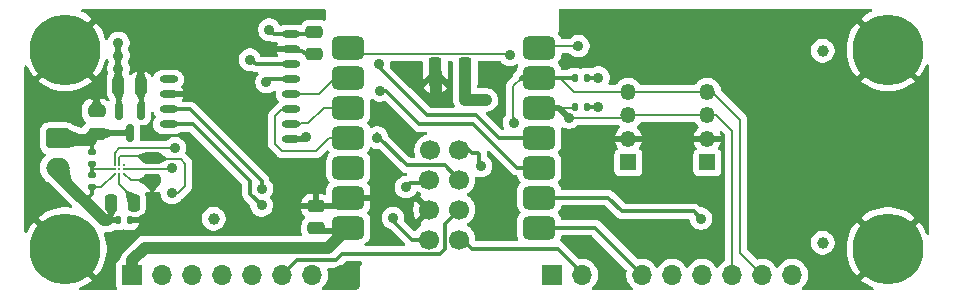
<source format=gtl>
%TF.GenerationSoftware,KiCad,Pcbnew,9.0.2*%
%TF.CreationDate,2025-07-06T18:25:15+02:00*%
%TF.ProjectId,Meshimi,4d657368-696d-4692-9e6b-696361645f70,v1.0*%
%TF.SameCoordinates,Original*%
%TF.FileFunction,Copper,L1,Top*%
%TF.FilePolarity,Positive*%
%FSLAX46Y46*%
G04 Gerber Fmt 4.6, Leading zero omitted, Abs format (unit mm)*
G04 Created by KiCad (PCBNEW 9.0.2) date 2025-07-06 18:25:15*
%MOMM*%
%LPD*%
G01*
G04 APERTURE LIST*
G04 Aperture macros list*
%AMRoundRect*
0 Rectangle with rounded corners*
0 $1 Rounding radius*
0 $2 $3 $4 $5 $6 $7 $8 $9 X,Y pos of 4 corners*
0 Add a 4 corners polygon primitive as box body*
4,1,4,$2,$3,$4,$5,$6,$7,$8,$9,$2,$3,0*
0 Add four circle primitives for the rounded corners*
1,1,$1+$1,$2,$3*
1,1,$1+$1,$4,$5*
1,1,$1+$1,$6,$7*
1,1,$1+$1,$8,$9*
0 Add four rect primitives between the rounded corners*
20,1,$1+$1,$2,$3,$4,$5,0*
20,1,$1+$1,$4,$5,$6,$7,0*
20,1,$1+$1,$6,$7,$8,$9,0*
20,1,$1+$1,$8,$9,$2,$3,0*%
G04 Aperture macros list end*
%TA.AperFunction,SMDPad,CuDef*%
%ADD10RoundRect,0.250000X0.475000X-0.250000X0.475000X0.250000X-0.475000X0.250000X-0.475000X-0.250000X0*%
%TD*%
%TA.AperFunction,ComponentPad*%
%ADD11C,0.800000*%
%TD*%
%TA.AperFunction,ComponentPad*%
%ADD12C,6.000000*%
%TD*%
%TA.AperFunction,SMDPad,CuDef*%
%ADD13C,1.000000*%
%TD*%
%TA.AperFunction,SMDPad,CuDef*%
%ADD14RoundRect,0.135000X0.185000X-0.135000X0.185000X0.135000X-0.185000X0.135000X-0.185000X-0.135000X0*%
%TD*%
%TA.AperFunction,SMDPad,CuDef*%
%ADD15RoundRect,0.500000X0.875000X0.500000X-0.875000X0.500000X-0.875000X-0.500000X0.875000X-0.500000X0*%
%TD*%
%TA.AperFunction,SMDPad,CuDef*%
%ADD16RoundRect,0.275000X0.275000X-0.975000X0.275000X0.975000X-0.275000X0.975000X-0.275000X-0.975000X0*%
%TD*%
%TA.AperFunction,SMDPad,CuDef*%
%ADD17C,1.700000*%
%TD*%
%TA.AperFunction,SMDPad,CuDef*%
%ADD18RoundRect,0.135000X-0.135000X-0.185000X0.135000X-0.185000X0.135000X0.185000X-0.135000X0.185000X0*%
%TD*%
%TA.AperFunction,ComponentPad*%
%ADD19R,1.350000X1.350000*%
%TD*%
%TA.AperFunction,ComponentPad*%
%ADD20O,1.350000X1.350000*%
%TD*%
%TA.AperFunction,SMDPad,CuDef*%
%ADD21RoundRect,0.250000X0.250000X0.475000X-0.250000X0.475000X-0.250000X-0.475000X0.250000X-0.475000X0*%
%TD*%
%TA.AperFunction,SMDPad,CuDef*%
%ADD22RoundRect,0.250000X-0.475000X0.250000X-0.475000X-0.250000X0.475000X-0.250000X0.475000X0.250000X0*%
%TD*%
%TA.AperFunction,SMDPad,CuDef*%
%ADD23RoundRect,0.150000X-0.150000X0.587500X-0.150000X-0.587500X0.150000X-0.587500X0.150000X0.587500X0*%
%TD*%
%TA.AperFunction,SMDPad,CuDef*%
%ADD24RoundRect,0.300000X0.500000X0.000010X-0.500000X0.000010X-0.500000X-0.000010X0.500000X-0.000010X0*%
%TD*%
%TA.AperFunction,BGAPad,CuDef*%
%ADD25C,0.250000*%
%TD*%
%TA.AperFunction,ComponentPad*%
%ADD26RoundRect,0.250000X-0.750000X0.600000X-0.750000X-0.600000X0.750000X-0.600000X0.750000X0.600000X0*%
%TD*%
%TA.AperFunction,ComponentPad*%
%ADD27O,2.000000X1.700000*%
%TD*%
%TA.AperFunction,SMDPad,CuDef*%
%ADD28RoundRect,0.250000X-0.250000X-0.475000X0.250000X-0.475000X0.250000X0.475000X-0.250000X0.475000X0*%
%TD*%
%TA.AperFunction,ComponentPad*%
%ADD29R,1.700000X1.700000*%
%TD*%
%TA.AperFunction,ComponentPad*%
%ADD30O,1.700000X1.700000*%
%TD*%
%TA.AperFunction,ViaPad*%
%ADD31C,0.900000*%
%TD*%
%TA.AperFunction,ViaPad*%
%ADD32C,0.700000*%
%TD*%
%TA.AperFunction,Conductor*%
%ADD33C,0.300000*%
%TD*%
%TA.AperFunction,Conductor*%
%ADD34C,0.150000*%
%TD*%
%TA.AperFunction,Conductor*%
%ADD35C,0.500000*%
%TD*%
%TA.AperFunction,Conductor*%
%ADD36C,1.000000*%
%TD*%
%TA.AperFunction,Conductor*%
%ADD37C,0.200000*%
%TD*%
G04 APERTURE END LIST*
D10*
%TO.P,C7,1*%
%TO.N,FLP_5V*%
X127170000Y-108879000D03*
%TO.P,C7,2*%
%TO.N,GND*%
X127170000Y-106979000D03*
%TD*%
D11*
%TO.P,H3,1,1*%
%TO.N,GND*%
X103700000Y-110600000D03*
X104359010Y-109009010D03*
X104359010Y-112190990D03*
X105950000Y-108350000D03*
D12*
X105950000Y-110600000D03*
D11*
X105950000Y-112850000D03*
X107540990Y-109009010D03*
X107540990Y-112190990D03*
X108200000Y-110600000D03*
%TD*%
D13*
%TO.P,FID1,*%
%TO.N,*%
X170096000Y-110088000D03*
%TD*%
D14*
%TO.P,R5,1*%
%TO.N,Net-(U4-CELLX)*%
X108200000Y-103410000D03*
%TO.P,R5,2*%
%TO.N,+BATT*%
X108200000Y-102390000D03*
%TD*%
D15*
%TO.P,U2,1,GPIO0_A0_D0*%
%TO.N,FLP_PA13*%
X146081600Y-108800000D03*
%TO.P,U2,2,GPIO1_A1_D1*%
%TO.N,FLP_PB14*%
X146081600Y-106260000D03*
%TO.P,U2,3,GPIO2_A2_D2*%
%TO.N,LORA_RST*%
X146081600Y-103720000D03*
%TO.P,U2,4,GPIO21_D3*%
%TO.N,LORA_NSS*%
X146081600Y-101180000D03*
%TO.P,U2,5,GPIO22_D4_SDA*%
%TO.N,FLP_I2C_SDA*%
X146081600Y-98640000D03*
%TO.P,U2,6,GPIO23_D5_SCL*%
%TO.N,FLP_I2C_SCL*%
X146081600Y-96100000D03*
%TO.P,U2,7,GPIO16_D6_TX*%
%TO.N,FLP_RX*%
X146081600Y-93560000D03*
%TO.P,U2,8,GPIO17_D7_RX*%
%TO.N,FLP_TX*%
X129916600Y-93560000D03*
%TO.P,U2,9,GPIO19_D8_SCK*%
%TO.N,LORA_SPI_SCK*%
X129916600Y-96100000D03*
%TO.P,U2,10,GPIO20_D9_MISO*%
%TO.N,LORA_SPI_MISO*%
X129916600Y-98640000D03*
%TO.P,U2,11,GPIO18_D10_MOSI*%
%TO.N,LORA_SPI_MOSI*%
X129916600Y-101180000D03*
%TO.P,U2,12,3V3*%
%TO.N,unconnected-(U2-3V3-Pad12)*%
X129916600Y-103720000D03*
%TO.P,U2,13,GND*%
%TO.N,GND*%
X129916600Y-106260000D03*
%TO.P,U2,14,5V*%
%TO.N,FLP_5V*%
X129916600Y-108800000D03*
D16*
%TO.P,U2,15,BAT*%
%TO.N,+BATT*%
X139808000Y-95648300D03*
%TO.P,U2,16,GND*%
%TO.N,GND*%
X137268000Y-95648300D03*
D17*
%TO.P,U2,17,MTDI*%
%TO.N,FLP_PA14*%
X139300000Y-109821500D03*
%TO.P,U2,18,MTDO*%
%TO.N,LORA_DIO1*%
X136760000Y-109821500D03*
%TO.P,U2,19,CHIP_EN*%
%TO.N,FLP_RTS*%
X139300000Y-107281500D03*
%TO.P,U2,20,GND*%
%TO.N,GND*%
X136760000Y-107281500D03*
%TO.P,U2,21,MTMS*%
%TO.N,LORA_RF_SW*%
X139300000Y-104741500D03*
%TO.P,U2,22,MTCK*%
%TO.N,LORA_BUSY*%
X136760000Y-104741500D03*
%TO.P,U2,23,BOOT*%
%TO.N,FLP_DTR*%
X139300000Y-102201500D03*
%TO.P,U2,24,3V3_1*%
%TO.N,unconnected-(U2-3V3_1-Pad24)*%
X136852600Y-102258300D03*
%TD*%
D18*
%TO.P,R7,1*%
%TO.N,FLP_I2C_SCL*%
X149090000Y-96100000D03*
%TO.P,R7,2*%
%TO.N,+3V3*%
X150110000Y-96100000D03*
%TD*%
D19*
%TO.P,J4,1,Pin_1*%
%TO.N,+3V3*%
X153630000Y-103293000D03*
D20*
%TO.P,J4,2,Pin_2*%
%TO.N,GND*%
X153630000Y-101293000D03*
%TO.P,J4,3,Pin_3*%
%TO.N,FLP_I2C_SDA*%
X153630000Y-99293000D03*
%TO.P,J4,4,Pin_4*%
%TO.N,FLP_I2C_SCL*%
X153630000Y-97293000D03*
%TD*%
D11*
%TO.P,H2,1,1*%
%TO.N,GND*%
X173350000Y-110600000D03*
X174009010Y-109009010D03*
X174009010Y-112190990D03*
X175600000Y-108350000D03*
D12*
X175600000Y-110600000D03*
D11*
X175600000Y-112850000D03*
X177190990Y-109009010D03*
X177190990Y-112190990D03*
X177850000Y-110600000D03*
%TD*%
D21*
%TO.P,C4,1*%
%TO.N,Net-(U4-REG)*%
X111750000Y-106700000D03*
%TO.P,C4,2*%
%TO.N,-BATT*%
X109850000Y-106700000D03*
%TD*%
D19*
%TO.P,J5,1,Pin_1*%
%TO.N,+3V3*%
X160317000Y-103293000D03*
D20*
%TO.P,J5,2,Pin_2*%
%TO.N,GND*%
X160317000Y-101293000D03*
%TO.P,J5,3,Pin_3*%
%TO.N,FLP_I2C_SDA*%
X160317000Y-99293000D03*
%TO.P,J5,4,Pin_4*%
%TO.N,FLP_I2C_SCL*%
X160317000Y-97293000D03*
%TD*%
D18*
%TO.P,R3,1*%
%TO.N,-BATT*%
X110390000Y-108200000D03*
%TO.P,R3,2*%
%TO.N,GND*%
X111410000Y-108200000D03*
%TD*%
D22*
%TO.P,C5,1*%
%TO.N,+3V3*%
X113327000Y-102915000D03*
%TO.P,C5,2*%
%TO.N,GND*%
X113327000Y-104815000D03*
%TD*%
D18*
%TO.P,R6,1*%
%TO.N,FLP_I2C_SDA*%
X149090000Y-98600000D03*
%TO.P,R6,2*%
%TO.N,+3V3*%
X150110000Y-98600000D03*
%TD*%
D23*
%TO.P,U3,1,GND*%
%TO.N,GND*%
X112400000Y-98900000D03*
%TO.P,U3,2,VO*%
%TO.N,+3V3*%
X110500000Y-98900000D03*
%TO.P,U3,3,VI*%
%TO.N,+BATT*%
X111450000Y-100775000D03*
%TD*%
D24*
%TO.P,U1,1,RF_SW1*%
%TO.N,LORA_RF_SW*%
X125100000Y-101341250D03*
%TO.P,U1,2,MISO*%
%TO.N,LORA_SPI_MISO*%
X125100000Y-100071250D03*
%TO.P,U1,3,MOSI*%
%TO.N,LORA_SPI_MOSI*%
X125100000Y-98801250D03*
%TO.P,U1,4,SCK*%
%TO.N,LORA_SPI_SCK*%
X125100000Y-97531250D03*
%TO.P,U1,5,RST*%
%TO.N,LORA_RST*%
X125100000Y-96261250D03*
%TO.P,U1,6,NSS*%
%TO.N,LORA_NSS*%
X125100000Y-94991250D03*
%TO.P,U1,7,GND1*%
%TO.N,GND*%
X125100000Y-93721250D03*
%TO.P,U1,8,VCC*%
%TO.N,+3V3*%
X125100000Y-92451250D03*
%TO.P,U1,9,ANT*%
%TO.N,unconnected-(U1-ANT-Pad9)*%
X114700000Y-96261250D03*
%TO.P,U1,10,GND2*%
%TO.N,GND*%
X114700000Y-97531250D03*
%TO.P,U1,11,BUSY*%
%TO.N,LORA_BUSY*%
X114700000Y-98801250D03*
%TO.P,U1,12,DIO1*%
%TO.N,LORA_DIO1*%
X114700000Y-100071250D03*
%TD*%
D13*
%TO.P,FID2,*%
%TO.N,*%
X118534000Y-108056000D03*
%TD*%
D25*
%TO.P,U4,A1,TH*%
%TO.N,unconnected-(U4-TH-PadA1)*%
X110933000Y-103465000D03*
%TO.P,U4,A2,SCL*%
%TO.N,FLP_I2C_SCL*%
X110933000Y-103865000D03*
%TO.P,U4,A3,CSN*%
%TO.N,GND*%
X110933000Y-104265000D03*
%TO.P,U4,B1,BATT*%
%TO.N,+3V3*%
X110533000Y-103465000D03*
%TO.P,U4,B2,ALRT*%
%TO.N,unconnected-(U4-ALRT-PadB2)*%
X110533000Y-103865000D03*
%TO.P,U4,B3,REG*%
%TO.N,Net-(U4-REG)*%
X110533000Y-104265000D03*
%TO.P,U4,C1,SDA*%
%TO.N,FLP_I2C_SDA*%
X110133000Y-103465000D03*
%TO.P,U4,C2,CELLX*%
%TO.N,Net-(U4-CELLX)*%
X110133000Y-103865000D03*
%TO.P,U4,C3,GND/CSPL*%
%TO.N,-BATT*%
X110133000Y-104265000D03*
%TD*%
D11*
%TO.P,H4,1,1*%
%TO.N,GND*%
X103700000Y-93750000D03*
X104359010Y-92159010D03*
X104359010Y-95340990D03*
X105950000Y-91500000D03*
D12*
X105950000Y-93750000D03*
D11*
X105950000Y-96000000D03*
X107540990Y-92159010D03*
X107540990Y-95340990D03*
X108200000Y-93750000D03*
%TD*%
D26*
%TO.P,J1,1,Pin_1*%
%TO.N,+BATT*%
X105300000Y-101250000D03*
D27*
%TO.P,J1,2,Pin_2*%
%TO.N,-BATT*%
X105300000Y-103750000D03*
%TD*%
D14*
%TO.P,R4,1*%
%TO.N,-BATT*%
X108200000Y-105410000D03*
%TO.P,R4,2*%
%TO.N,Net-(U4-CELLX)*%
X108200000Y-104390000D03*
%TD*%
D22*
%TO.P,C6,1*%
%TO.N,+3V3*%
X127043000Y-92247000D03*
%TO.P,C6,2*%
%TO.N,GND*%
X127043000Y-94147000D03*
%TD*%
D11*
%TO.P,H1,1,1*%
%TO.N,GND*%
X173350000Y-93750000D03*
X174009010Y-92159010D03*
X174009010Y-95340990D03*
X175600000Y-91500000D03*
D12*
X175600000Y-93750000D03*
D11*
X175600000Y-96000000D03*
X177190990Y-92159010D03*
X177190990Y-95340990D03*
X177850000Y-93750000D03*
%TD*%
D28*
%TO.P,C2,1*%
%TO.N,+3V3*%
X110450000Y-96837500D03*
%TO.P,C2,2*%
%TO.N,GND*%
X112350000Y-96837500D03*
%TD*%
D13*
%TO.P,FID3,*%
%TO.N,*%
X170096000Y-93832000D03*
%TD*%
D10*
%TO.P,C1,1*%
%TO.N,+BATT*%
X108600000Y-100850000D03*
%TO.P,C1,2*%
%TO.N,GND*%
X108600000Y-98950000D03*
%TD*%
D29*
%TO.P,J2,1,Pin_1*%
%TO.N,unconnected-(J2-Pin_1-Pad1)*%
X147180000Y-112825000D03*
D30*
%TO.P,J2,2,Pin_2*%
%TO.N,FLP_PA14*%
X149720000Y-112825000D03*
%TO.P,J2,3,Pin_3*%
%TO.N,GND*%
X152260000Y-112825000D03*
%TO.P,J2,4,Pin_4*%
%TO.N,FLP_PA13*%
X154800000Y-112825000D03*
%TO.P,J2,5,Pin_5*%
%TO.N,FLP_TX*%
X157340000Y-112825000D03*
%TO.P,J2,6,Pin_6*%
%TO.N,FLP_RX*%
X159880000Y-112825000D03*
%TO.P,J2,7,Pin_7*%
%TO.N,FLP_I2C_SDA*%
X162420000Y-112825000D03*
%TO.P,J2,8,Pin_8*%
%TO.N,FLP_I2C_SCL*%
X164960000Y-112825000D03*
%TO.P,J2,9,Pin_9*%
%TO.N,FLP_PB14*%
X167500000Y-112825000D03*
%TO.P,J2,10,Pin_10*%
%TO.N,GND*%
X170040000Y-112825000D03*
%TD*%
D29*
%TO.P,J3,1,Pin_1*%
%TO.N,FLP_5V*%
X111620000Y-112825000D03*
D30*
%TO.P,J3,2,Pin_2*%
%TO.N,unconnected-(J3-Pin_2-Pad2)*%
X114160000Y-112825000D03*
%TO.P,J3,3,Pin_3*%
%TO.N,unconnected-(J3-Pin_3-Pad3)*%
X116700000Y-112825000D03*
%TO.P,J3,4,Pin_4*%
%TO.N,unconnected-(J3-Pin_4-Pad4)*%
X119240000Y-112825000D03*
%TO.P,J3,5,Pin_5*%
%TO.N,unconnected-(J3-Pin_5-Pad5)*%
X121780000Y-112825000D03*
%TO.P,J3,6,Pin_6*%
%TO.N,FLP_RTS*%
X124320000Y-112825000D03*
%TO.P,J3,7,Pin_7*%
%TO.N,FLP_DTR*%
X126860000Y-112825000D03*
%TO.P,J3,8,Pin_8*%
%TO.N,GND*%
X129400000Y-112825000D03*
%TD*%
D31*
%TO.N,FLP_DTR*%
X141140000Y-103611000D03*
%TO.N,GND*%
X115700000Y-92100000D03*
X133665000Y-106260000D03*
X112350000Y-93237500D03*
X141902000Y-95610000D03*
X142410000Y-106532000D03*
X121709000Y-101325000D03*
X123900000Y-108200000D03*
X123360000Y-93832000D03*
D32*
X133901000Y-100436000D03*
D31*
X108300000Y-97600000D03*
X150792000Y-91673000D03*
X103400000Y-105900000D03*
X156070000Y-109269000D03*
X118534000Y-105262000D03*
X113816667Y-108200000D03*
X163492000Y-97515000D03*
X112650000Y-108200000D03*
X112350000Y-95337500D03*
X117010000Y-96626000D03*
X112350000Y-94287500D03*
X148704000Y-107548000D03*
X121201000Y-92054000D03*
X150157000Y-102849000D03*
X137300000Y-97600000D03*
X103400000Y-99100000D03*
X114983333Y-108200000D03*
X116150000Y-108200000D03*
X161150000Y-110793000D03*
%TO.N,+BATT*%
X141600000Y-98000000D03*
X139800000Y-98000000D03*
%TO.N,+3V3*%
X123233000Y-92054000D03*
X151100000Y-98600000D03*
X151100000Y-96100000D03*
X110450000Y-95337500D03*
X114978000Y-105897000D03*
X110450000Y-93187500D03*
X110450000Y-94237500D03*
%TO.N,LORA_NSS*%
X121582000Y-94594000D03*
X132504000Y-94975000D03*
%TO.N,LORA_RST*%
X122979000Y-96499000D03*
X132600000Y-97200000D03*
%TO.N,LORA_BUSY*%
X122598000Y-105516000D03*
X134790000Y-105389000D03*
%TO.N,LORA_DIO1*%
X122580500Y-106930500D03*
X133700000Y-108000000D03*
%TO.N,LORA_RF_SW*%
X126350000Y-101150000D03*
X132377000Y-101198000D03*
%TO.N,FLP_I2C_SCL*%
X115000000Y-103800000D03*
X143934000Y-99928000D03*
%TO.N,FLP_RX*%
X149395000Y-93451000D03*
%TO.N,FLP_I2C_SDA*%
X148600000Y-99500000D03*
X115232000Y-102087000D03*
%TO.N,FLP_TX*%
X143600000Y-94200000D03*
%TO.N,FLP_PB14*%
X159779108Y-108053061D03*
%TD*%
D33*
%TO.N,FLP_DTR*%
X140865000Y-102468000D02*
X140378000Y-102468000D01*
X140111500Y-102201500D02*
X139300000Y-102201500D01*
X141140000Y-103611000D02*
X141140000Y-103510000D01*
X141140000Y-103510000D02*
X141000000Y-103370000D01*
X141000000Y-102603000D02*
X140865000Y-102468000D01*
X141000000Y-103370000D02*
X141000000Y-102603000D01*
X140378000Y-102468000D02*
X140111500Y-102201500D01*
%TO.N,FLP_RTS*%
X129410500Y-111022500D02*
X137665500Y-111022500D01*
X137665500Y-111022500D02*
X138092000Y-110596000D01*
X138092000Y-110596000D02*
X138092000Y-108489500D01*
X128867034Y-111565966D02*
X129410500Y-111022500D01*
X138092000Y-108489500D02*
X139300000Y-107281500D01*
X124320000Y-112825000D02*
X125579034Y-111565966D01*
X125579034Y-111565966D02*
X128867034Y-111565966D01*
X139381500Y-107200000D02*
X139300000Y-107281500D01*
%TO.N,GND*%
X123778750Y-93721250D02*
X125100000Y-93721250D01*
D34*
X110933000Y-104265000D02*
X111483000Y-104815000D01*
D33*
X113327000Y-106151000D02*
X113816667Y-106640667D01*
X114731250Y-97500000D02*
X114700000Y-97531250D01*
D35*
X111734000Y-108200000D02*
X112650000Y-108200000D01*
D33*
X133756000Y-106260000D02*
X133665000Y-106260000D01*
D36*
X112650000Y-108200000D02*
X116150000Y-108200000D01*
D35*
X108600000Y-98950000D02*
X108600000Y-97900000D01*
D33*
X126342000Y-94147000D02*
X126027000Y-93832000D01*
D35*
X133556000Y-106151000D02*
X133665000Y-106260000D01*
D33*
X126027000Y-93832000D02*
X125632000Y-93832000D01*
X127000000Y-94350000D02*
X126797000Y-94147000D01*
X113327000Y-104815000D02*
X113327000Y-106151000D01*
D35*
X112350000Y-93237500D02*
X112350000Y-96837500D01*
D34*
X111483000Y-104815000D02*
X113327000Y-104815000D01*
D33*
X112400000Y-96887500D02*
X112350000Y-96837500D01*
X126797000Y-94147000D02*
X126342000Y-94147000D01*
D36*
X137300000Y-97600000D02*
X137300000Y-95680300D01*
D35*
X133665000Y-106260000D02*
X129916600Y-106260000D01*
X108600000Y-97900000D02*
X108300000Y-97600000D01*
D33*
X116136000Y-97500000D02*
X114731250Y-97500000D01*
X125521250Y-93721250D02*
X125100000Y-93721250D01*
X112400000Y-98900000D02*
X112400000Y-96887500D01*
X125632000Y-93832000D02*
X125521250Y-93721250D01*
D35*
X127297000Y-106979000D02*
X129197600Y-106979000D01*
X129916600Y-106260000D02*
X128840000Y-106260000D01*
D33*
X113816667Y-106640667D02*
X113816667Y-108200000D01*
X123360000Y-93832000D02*
X123392000Y-93800000D01*
X123668000Y-93832000D02*
X123778750Y-93721250D01*
D35*
X129197600Y-106979000D02*
X129916600Y-106260000D01*
D33*
X123360000Y-93832000D02*
X123668000Y-93832000D01*
X117010000Y-96626000D02*
X116136000Y-97500000D01*
D36*
%TO.N,+BATT*%
X139800000Y-97416000D02*
X139800000Y-98000000D01*
X105400000Y-101350000D02*
X108100000Y-101350000D01*
X139808000Y-97992000D02*
X139800000Y-98000000D01*
D33*
X108200000Y-101450000D02*
X108100000Y-101350000D01*
X108200000Y-102390000D02*
X108200000Y-101450000D01*
D36*
X139808000Y-95648300D02*
X139808000Y-97992000D01*
X139808000Y-97408000D02*
X139800000Y-97416000D01*
X139800000Y-98000000D02*
X141600000Y-98000000D01*
D35*
X108675000Y-100775000D02*
X111450000Y-100775000D01*
X108100000Y-101350000D02*
X108675000Y-100775000D01*
D36*
X139808000Y-95648300D02*
X139808000Y-97408000D01*
D37*
%TO.N,+3V3*%
X116121000Y-105262000D02*
X116121000Y-103386636D01*
D34*
X113327000Y-102915000D02*
X113388000Y-102976000D01*
D33*
X110500000Y-98900000D02*
X110500000Y-96887500D01*
X123630250Y-92451250D02*
X125100000Y-92451250D01*
D34*
X110533000Y-102849000D02*
X110660000Y-102722000D01*
D33*
X125101250Y-92450000D02*
X125100000Y-92451250D01*
D37*
X115486000Y-105897000D02*
X116121000Y-105262000D01*
D35*
X110450000Y-96837500D02*
X110450000Y-93187500D01*
D34*
X110533000Y-103465000D02*
X110533000Y-102849000D01*
D33*
X123233000Y-92054000D02*
X123630250Y-92451250D01*
X110500000Y-96887500D02*
X110450000Y-96837500D01*
D37*
X114978000Y-105897000D02*
X115486000Y-105897000D01*
D33*
X151100000Y-96100000D02*
X150110000Y-96100000D01*
D37*
X116121000Y-103386636D02*
X115710364Y-102976000D01*
X115710364Y-102976000D02*
X113388000Y-102976000D01*
D33*
X127000000Y-92450000D02*
X125101250Y-92450000D01*
D34*
X110660000Y-102722000D02*
X113134000Y-102722000D01*
D33*
X151100000Y-98600000D02*
X150110000Y-98600000D01*
D34*
X113134000Y-102722000D02*
X113327000Y-102915000D01*
D35*
%TO.N,LORA_SPI_SCK*%
X129916600Y-96100000D02*
X129716600Y-96300000D01*
D37*
X128639000Y-96300000D02*
X127439000Y-97500000D01*
X127439000Y-97500000D02*
X125131250Y-97500000D01*
D33*
X125131250Y-97500000D02*
X125100000Y-97531250D01*
D37*
X129716600Y-96300000D02*
X128639000Y-96300000D01*
%TO.N,LORA_SPI_MISO*%
X125908500Y-99991500D02*
X125828750Y-100071250D01*
X125828750Y-100071250D02*
X125100000Y-100071250D01*
X126471500Y-99991500D02*
X125908500Y-99991500D01*
X127823000Y-98640000D02*
X126471500Y-99991500D01*
X129916600Y-98640000D02*
X127823000Y-98640000D01*
%TO.N,LORA_SPI_MOSI*%
X124341000Y-102341000D02*
X127159000Y-102341000D01*
X123700000Y-101700000D02*
X124341000Y-102341000D01*
X124298750Y-98801250D02*
X123700000Y-99400000D01*
X128320000Y-101180000D02*
X129916600Y-101180000D01*
X125100000Y-98801250D02*
X124298750Y-98801250D01*
X123700000Y-99400000D02*
X123700000Y-101700000D01*
X127159000Y-102341000D02*
X128320000Y-101180000D01*
D33*
%TO.N,LORA_NSS*%
X142646000Y-101180000D02*
X140759000Y-99293000D01*
X146081600Y-101180000D02*
X142646000Y-101180000D01*
X121709000Y-94594000D02*
X122106250Y-94991250D01*
X140759000Y-99293000D02*
X136568000Y-99293000D01*
X121582000Y-94594000D02*
X121709000Y-94594000D01*
X136568000Y-99293000D02*
X132504000Y-95229000D01*
X122106250Y-94991250D02*
X125100000Y-94991250D01*
X132504000Y-95229000D02*
X132504000Y-94975000D01*
%TO.N,LORA_RST*%
X132600000Y-97200000D02*
X133078000Y-97200000D01*
X144170000Y-103720000D02*
X146081600Y-103720000D01*
D35*
X125061250Y-96300000D02*
X125100000Y-96261250D01*
D33*
X125006250Y-96245000D02*
X125061250Y-96300000D01*
X122979000Y-96499000D02*
X123233000Y-96245000D01*
X123233000Y-96245000D02*
X125006250Y-96245000D01*
X140505000Y-100055000D02*
X144170000Y-103720000D01*
X135933000Y-100055000D02*
X140505000Y-100055000D01*
X133078000Y-97200000D02*
X135933000Y-100055000D01*
%TO.N,LORA_BUSY*%
X116518250Y-98801250D02*
X114700000Y-98801250D01*
X136501500Y-105000000D02*
X136760000Y-104741500D01*
X122598000Y-105516000D02*
X122598000Y-104881000D01*
X122598000Y-104881000D02*
X116518250Y-98801250D01*
X135179000Y-105000000D02*
X136501500Y-105000000D01*
X134790000Y-105389000D02*
X135179000Y-105000000D01*
%TO.N,LORA_DIO1*%
X121582000Y-104874096D02*
X116779154Y-100071250D01*
X121582000Y-105932000D02*
X121582000Y-104874096D01*
X122580500Y-106930500D02*
X121582000Y-105932000D01*
X133700000Y-108236000D02*
X135285500Y-109821500D01*
X135285500Y-109821500D02*
X136760000Y-109821500D01*
X116779154Y-100071250D02*
X114700000Y-100071250D01*
X133700000Y-108000000D02*
X133700000Y-108236000D01*
%TO.N,LORA_RF_SW*%
X132504000Y-101198000D02*
X134846500Y-103540500D01*
X138085000Y-103540500D02*
X138092000Y-103533500D01*
D35*
X126350000Y-101150000D02*
X126158750Y-101341250D01*
X126158750Y-101341250D02*
X125100000Y-101341250D01*
D33*
X132377000Y-101198000D02*
X132504000Y-101198000D01*
X134846500Y-103540500D02*
X138085000Y-103540500D01*
X132377000Y-101198000D02*
X132377000Y-100923000D01*
X138092000Y-103533500D02*
X139300000Y-104741500D01*
%TO.N,Net-(U4-CELLX)*%
X108200000Y-103900000D02*
X108200000Y-104390000D01*
X108200000Y-103410000D02*
X108200000Y-103900000D01*
D34*
X108200000Y-103900000D02*
X108235000Y-103865000D01*
X108235000Y-103865000D02*
X110133000Y-103865000D01*
%TO.N,Net-(U4-REG)*%
X111800000Y-106300000D02*
X112150000Y-106650000D01*
X110533000Y-104265000D02*
X110533000Y-105135000D01*
X111698000Y-106300000D02*
X111800000Y-106300000D01*
X110533000Y-105135000D02*
X111698000Y-106300000D01*
D36*
%TO.N,-BATT*%
X109500000Y-108200000D02*
X109200000Y-108200000D01*
D34*
X110133000Y-104265000D02*
X108988000Y-105410000D01*
D36*
X109200000Y-108200000D02*
X105400000Y-104400000D01*
D33*
X109850000Y-107850000D02*
X109500000Y-108200000D01*
X107750000Y-106450000D02*
X108200000Y-106000000D01*
D35*
X109500000Y-108200000D02*
X110390000Y-108200000D01*
D34*
X108988000Y-105410000D02*
X108200000Y-105410000D01*
D33*
X109850000Y-106700000D02*
X109850000Y-107850000D01*
X108200000Y-106000000D02*
X108200000Y-105410000D01*
%TO.N,FLP_PA14*%
X140378000Y-110596000D02*
X147696000Y-110596000D01*
X139582000Y-109800000D02*
X140378000Y-110596000D01*
X147696000Y-110596000D02*
X149740000Y-112640000D01*
D35*
X149740000Y-112640000D02*
X149740000Y-112800000D01*
X139300000Y-109821500D02*
X139321500Y-109800000D01*
D33*
X139321500Y-109800000D02*
X139582000Y-109800000D01*
D37*
%TO.N,FLP_I2C_SCL*%
X143900000Y-96800000D02*
X144600000Y-96100000D01*
X153630000Y-97293000D02*
X160698000Y-97293000D01*
D33*
X146081600Y-96100000D02*
X147400000Y-96100000D01*
D37*
X160698000Y-97293000D02*
X163111000Y-99706000D01*
X143934000Y-99928000D02*
X143934000Y-99488000D01*
X163111000Y-110931000D02*
X164980000Y-112800000D01*
X143934000Y-99488000D02*
X143900000Y-99454000D01*
D34*
X114935000Y-103865000D02*
X115000000Y-103800000D01*
X114975000Y-103775000D02*
X115000000Y-103800000D01*
D37*
X163111000Y-99706000D02*
X163111000Y-110931000D01*
D34*
X110933000Y-103865000D02*
X114935000Y-103865000D01*
D37*
X147800000Y-96100000D02*
X148993000Y-97293000D01*
D33*
X146081600Y-96100000D02*
X147800000Y-96100000D01*
D35*
X144600000Y-96100000D02*
X144900000Y-96100000D01*
D33*
X144900000Y-96100000D02*
X146081600Y-96100000D01*
X146781600Y-96100000D02*
X149090000Y-96100000D01*
D37*
X148993000Y-97293000D02*
X153630000Y-97293000D01*
X143900000Y-99454000D02*
X143900000Y-96800000D01*
D33*
%TO.N,FLP_PA13*%
X150820000Y-108800000D02*
X154820000Y-112800000D01*
X146081600Y-108800000D02*
X150820000Y-108800000D01*
%TO.N,FLP_RX*%
X149232000Y-93451000D02*
X149123000Y-93560000D01*
D37*
X149014000Y-93451000D02*
X146190600Y-93451000D01*
D33*
X149395000Y-93451000D02*
X149232000Y-93451000D01*
D37*
X146190600Y-93451000D02*
X146081600Y-93560000D01*
X149123000Y-93560000D02*
X149014000Y-93451000D01*
D35*
%TO.N,FLP_I2C_SDA*%
X162440000Y-112740000D02*
X162380000Y-112800000D01*
X162476000Y-112764000D02*
X162440000Y-112800000D01*
X148600000Y-99500000D02*
X147740000Y-98640000D01*
D37*
X153630000Y-99293000D02*
X161079000Y-99293000D01*
D33*
X162440000Y-112740000D02*
X162440000Y-112800000D01*
D37*
X161079000Y-99293000D02*
X162440000Y-100654000D01*
X162440000Y-100654000D02*
X162440000Y-112800000D01*
D34*
X110133000Y-103375000D02*
X110133000Y-102487000D01*
D33*
X149050000Y-98640000D02*
X149090000Y-98600000D01*
D35*
X147740000Y-98640000D02*
X146081600Y-98640000D01*
D34*
X110533000Y-102087000D02*
X115232000Y-102087000D01*
D37*
X148600000Y-99500000D02*
X153423000Y-99500000D01*
X146781600Y-98640000D02*
X149050000Y-98640000D01*
D34*
X110133000Y-102487000D02*
X110533000Y-102087000D01*
D35*
X153423000Y-99500000D02*
X153630000Y-99293000D01*
%TO.N,FLP_TX*%
X130027658Y-93448942D02*
X130849000Y-93448942D01*
X129916600Y-93560000D02*
X130027658Y-93448942D01*
D37*
X130442600Y-94086000D02*
X129916600Y-93560000D01*
X143486000Y-94086000D02*
X130442600Y-94086000D01*
X143600000Y-94200000D02*
X143486000Y-94086000D01*
D35*
X130849000Y-93448942D02*
X131000058Y-93600000D01*
D36*
%TO.N,FLP_5V*%
X112686000Y-110514000D02*
X128202600Y-110514000D01*
X111620000Y-112825000D02*
X111620000Y-111580000D01*
D35*
X127419000Y-109072000D02*
X129644600Y-109072000D01*
D36*
X111620000Y-111580000D02*
X112686000Y-110514000D01*
D35*
X129644600Y-109072000D02*
X129916600Y-108800000D01*
D36*
X128202600Y-110514000D02*
X129916600Y-108800000D01*
D33*
%TO.N,FLP_PB14*%
X153078000Y-107421000D02*
X151917000Y-106260000D01*
X151917000Y-106260000D02*
X146081600Y-106260000D01*
X159147047Y-107421000D02*
X153078000Y-107421000D01*
X159779108Y-108053061D02*
X159147047Y-107421000D01*
%TD*%
%TA.AperFunction,Conductor*%
%TO.N,+3V3*%
G36*
X110649995Y-97865927D02*
G01*
X110652755Y-97870306D01*
X110787027Y-98250694D01*
X110786676Y-98259361D01*
X110510682Y-98877091D01*
X110504179Y-98883246D01*
X110495227Y-98883000D01*
X110489318Y-98877091D01*
X110213323Y-98259361D01*
X110212972Y-98250694D01*
X110347245Y-97870306D01*
X110353230Y-97863645D01*
X110358278Y-97862500D01*
X110641722Y-97862500D01*
X110649995Y-97865927D01*
G37*
%TD.AperFunction*%
%TD*%
%TA.AperFunction,Conductor*%
%TO.N,GND*%
G36*
X113827000Y-105310027D02*
G01*
X113477000Y-105815000D01*
X113177000Y-105815000D01*
X112827000Y-105310027D01*
X113327000Y-104814000D01*
X113827000Y-105310027D01*
G37*
%TD.AperFunction*%
%TD*%
%TA.AperFunction,Conductor*%
%TO.N,GND*%
G36*
X112688582Y-98255097D02*
G01*
X112400000Y-98901000D01*
X112111418Y-98255097D01*
X112250000Y-97862500D01*
X112550000Y-97862500D01*
X112688582Y-98255097D01*
G37*
%TD.AperFunction*%
%TD*%
%TA.AperFunction,Conductor*%
%TO.N,+3V3*%
G36*
X110457533Y-96845752D02*
G01*
X110459039Y-96847244D01*
X110926325Y-97402651D01*
X110929029Y-97411187D01*
X110928123Y-97414799D01*
X110653042Y-98055416D01*
X110646629Y-98061666D01*
X110642291Y-98062500D01*
X110356732Y-98062500D01*
X110348459Y-98059073D01*
X110346617Y-98056681D01*
X109977244Y-97421380D01*
X109976049Y-97412505D01*
X109978334Y-97408053D01*
X110441064Y-96847327D01*
X110448971Y-96843129D01*
X110457533Y-96845752D01*
G37*
%TD.AperFunction*%
%TD*%
%TA.AperFunction,Conductor*%
%TO.N,GND*%
G36*
X112830970Y-96266829D02*
G01*
X112350000Y-96838500D01*
X111869030Y-96266829D01*
X112100000Y-95612500D01*
X112600000Y-95612500D01*
X112830970Y-96266829D01*
G37*
%TD.AperFunction*%
%TD*%
%TA.AperFunction,Conductor*%
%TO.N,+BATT*%
G36*
X111152796Y-100478007D02*
G01*
X111154255Y-100479241D01*
X111442685Y-100766713D01*
X111446126Y-100774981D01*
X111442713Y-100783259D01*
X111442685Y-100783287D01*
X111154255Y-101070758D01*
X111145977Y-101074171D01*
X111144073Y-101074012D01*
X110859777Y-101026629D01*
X110852179Y-101021888D01*
X110850000Y-101015088D01*
X110850000Y-100534911D01*
X110853427Y-100526638D01*
X110859775Y-100523370D01*
X111144075Y-100475987D01*
X111152796Y-100478007D01*
G37*
%TD.AperFunction*%
%TD*%
%TA.AperFunction,Conductor*%
%TO.N,GND*%
G36*
X127938539Y-90320185D02*
G01*
X127984294Y-90372989D01*
X127995500Y-90424500D01*
X127995500Y-91192877D01*
X127975815Y-91259916D01*
X127923011Y-91305671D01*
X127853853Y-91315615D01*
X127832496Y-91310583D01*
X127670797Y-91257001D01*
X127670795Y-91257000D01*
X127568010Y-91246500D01*
X126517998Y-91246500D01*
X126517980Y-91246501D01*
X126415203Y-91257000D01*
X126415200Y-91257001D01*
X126248668Y-91312185D01*
X126248663Y-91312187D01*
X126099342Y-91404289D01*
X125975289Y-91528342D01*
X125923072Y-91613000D01*
X125871124Y-91659725D01*
X125802161Y-91670946D01*
X125786101Y-91667179D01*
X125786044Y-91667431D01*
X125779253Y-91665881D01*
X125644960Y-91650750D01*
X125644954Y-91650750D01*
X124555046Y-91650750D01*
X124555039Y-91650750D01*
X124420750Y-91665880D01*
X124420742Y-91665882D01*
X124252173Y-91724867D01*
X124182394Y-91728428D01*
X124121767Y-91693699D01*
X124096658Y-91655278D01*
X124084323Y-91625500D01*
X124075322Y-91603769D01*
X124075320Y-91603766D01*
X124075318Y-91603762D01*
X123971302Y-91448092D01*
X123971299Y-91448088D01*
X123838911Y-91315700D01*
X123838907Y-91315697D01*
X123683237Y-91211681D01*
X123683228Y-91211676D01*
X123510251Y-91140027D01*
X123510243Y-91140025D01*
X123326620Y-91103500D01*
X123326616Y-91103500D01*
X123139384Y-91103500D01*
X123139379Y-91103500D01*
X122955756Y-91140025D01*
X122955748Y-91140027D01*
X122782771Y-91211676D01*
X122782762Y-91211681D01*
X122627092Y-91315697D01*
X122627088Y-91315700D01*
X122494700Y-91448088D01*
X122494697Y-91448092D01*
X122390681Y-91603762D01*
X122390676Y-91603771D01*
X122319027Y-91776748D01*
X122319025Y-91776756D01*
X122282500Y-91960379D01*
X122282500Y-92147620D01*
X122319025Y-92331243D01*
X122319027Y-92331251D01*
X122390676Y-92504228D01*
X122390681Y-92504237D01*
X122494697Y-92659907D01*
X122494700Y-92659911D01*
X122627088Y-92792299D01*
X122627092Y-92792302D01*
X122782762Y-92896318D01*
X122782771Y-92896323D01*
X122802925Y-92904671D01*
X122955749Y-92967973D01*
X123120592Y-93000762D01*
X123139379Y-93004499D01*
X123139383Y-93004500D01*
X123139384Y-93004500D01*
X123249764Y-93004500D01*
X123316803Y-93024185D01*
X123318620Y-93025374D01*
X123322123Y-93027715D01*
X123440506Y-93076751D01*
X123440510Y-93076751D01*
X123440511Y-93076752D01*
X123566178Y-93101750D01*
X123566181Y-93101750D01*
X123820079Y-93101750D01*
X123887118Y-93121435D01*
X123932873Y-93174239D01*
X123942817Y-93243397D01*
X123925073Y-93291722D01*
X123874663Y-93371947D01*
X123839917Y-93471250D01*
X124976000Y-93471250D01*
X125043039Y-93490935D01*
X125088794Y-93543739D01*
X125100000Y-93595250D01*
X125100000Y-93847250D01*
X125080315Y-93914289D01*
X125027511Y-93960044D01*
X124976000Y-93971250D01*
X123839917Y-93971250D01*
X123874663Y-94070552D01*
X123925073Y-94150778D01*
X123944073Y-94218015D01*
X123923705Y-94284850D01*
X123870437Y-94330064D01*
X123820079Y-94340750D01*
X122588769Y-94340750D01*
X122521730Y-94321065D01*
X122475975Y-94268261D01*
X122474208Y-94264203D01*
X122427225Y-94150778D01*
X122424322Y-94143769D01*
X122424320Y-94143766D01*
X122424318Y-94143762D01*
X122320302Y-93988092D01*
X122320299Y-93988088D01*
X122187911Y-93855700D01*
X122187907Y-93855697D01*
X122032237Y-93751681D01*
X122032228Y-93751676D01*
X121859251Y-93680027D01*
X121859243Y-93680025D01*
X121675620Y-93643500D01*
X121675616Y-93643500D01*
X121488384Y-93643500D01*
X121488379Y-93643500D01*
X121304756Y-93680025D01*
X121304748Y-93680027D01*
X121131771Y-93751676D01*
X121131762Y-93751681D01*
X120976092Y-93855697D01*
X120976088Y-93855700D01*
X120843700Y-93988088D01*
X120843697Y-93988092D01*
X120739681Y-94143762D01*
X120739676Y-94143771D01*
X120668027Y-94316748D01*
X120668025Y-94316756D01*
X120631500Y-94500379D01*
X120631500Y-94687620D01*
X120668025Y-94871243D01*
X120668027Y-94871251D01*
X120739676Y-95044228D01*
X120739681Y-95044237D01*
X120843697Y-95199907D01*
X120843700Y-95199911D01*
X120976088Y-95332299D01*
X120976092Y-95332302D01*
X121131762Y-95436318D01*
X121131771Y-95436323D01*
X121163583Y-95449500D01*
X121304749Y-95507973D01*
X121420751Y-95531047D01*
X121488379Y-95544499D01*
X121488383Y-95544500D01*
X121488384Y-95544500D01*
X121675616Y-95544500D01*
X121692868Y-95541068D01*
X121762459Y-95547294D01*
X121785954Y-95559584D01*
X121798122Y-95567715D01*
X121834821Y-95582916D01*
X121916506Y-95616751D01*
X121916510Y-95616751D01*
X121916511Y-95616752D01*
X122042178Y-95641750D01*
X122042181Y-95641750D01*
X122192677Y-95641750D01*
X122259716Y-95661435D01*
X122305471Y-95714239D01*
X122315415Y-95783397D01*
X122286390Y-95846953D01*
X122280358Y-95853431D01*
X122240700Y-95893088D01*
X122240697Y-95893092D01*
X122136681Y-96048762D01*
X122136676Y-96048771D01*
X122065027Y-96221748D01*
X122065025Y-96221756D01*
X122028500Y-96405379D01*
X122028500Y-96592620D01*
X122065025Y-96776243D01*
X122065027Y-96776251D01*
X122136676Y-96949228D01*
X122136681Y-96949237D01*
X122240697Y-97104907D01*
X122240700Y-97104911D01*
X122373088Y-97237299D01*
X122373092Y-97237302D01*
X122528762Y-97341318D01*
X122528768Y-97341321D01*
X122528769Y-97341322D01*
X122701749Y-97412973D01*
X122879658Y-97448361D01*
X122885379Y-97449499D01*
X122885383Y-97449500D01*
X122885384Y-97449500D01*
X123072617Y-97449500D01*
X123072618Y-97449499D01*
X123256251Y-97412973D01*
X123429231Y-97341322D01*
X123584908Y-97237302D01*
X123615859Y-97206351D01*
X123677181Y-97172865D01*
X123746873Y-97177849D01*
X123802807Y-97219719D01*
X123827225Y-97285183D01*
X123820584Y-97334983D01*
X123814632Y-97351993D01*
X123814630Y-97352000D01*
X123799500Y-97486289D01*
X123799500Y-97576210D01*
X123814630Y-97710499D01*
X123814631Y-97710504D01*
X123874211Y-97880773D01*
X123970184Y-98033512D01*
X124015240Y-98078568D01*
X124019578Y-98086513D01*
X124026827Y-98091940D01*
X124036061Y-98116699D01*
X124048725Y-98139891D01*
X124048079Y-98148921D01*
X124051243Y-98157405D01*
X124045626Y-98183223D01*
X124043741Y-98209583D01*
X124037921Y-98218638D01*
X124036390Y-98225678D01*
X124015239Y-98253932D01*
X123985126Y-98284044D01*
X123959448Y-98303747D01*
X123930034Y-98320729D01*
X123874132Y-98376631D01*
X123818230Y-98432534D01*
X123219481Y-99031282D01*
X123219479Y-99031285D01*
X123169361Y-99118094D01*
X123169359Y-99118096D01*
X123140425Y-99168209D01*
X123140424Y-99168210D01*
X123140423Y-99168215D01*
X123099499Y-99320943D01*
X123099499Y-99320945D01*
X123099499Y-99489046D01*
X123099500Y-99489059D01*
X123099500Y-101613330D01*
X123099499Y-101613348D01*
X123099499Y-101779054D01*
X123099498Y-101779054D01*
X123140424Y-101931789D01*
X123140425Y-101931790D01*
X123163101Y-101971065D01*
X123163102Y-101971066D01*
X123219477Y-102068712D01*
X123219481Y-102068717D01*
X123338349Y-102187585D01*
X123338355Y-102187590D01*
X123856139Y-102705374D01*
X123856149Y-102705385D01*
X123860479Y-102709715D01*
X123860480Y-102709716D01*
X123972284Y-102821520D01*
X124050111Y-102866453D01*
X124109215Y-102900577D01*
X124261943Y-102941501D01*
X124261946Y-102941501D01*
X124427653Y-102941501D01*
X124427669Y-102941500D01*
X127072331Y-102941500D01*
X127072347Y-102941501D01*
X127079943Y-102941501D01*
X127238054Y-102941501D01*
X127238057Y-102941501D01*
X127390785Y-102900577D01*
X127449889Y-102866453D01*
X127527716Y-102821520D01*
X127639520Y-102709716D01*
X127639520Y-102709714D01*
X127649724Y-102699511D01*
X127649728Y-102699506D01*
X128066193Y-102283040D01*
X128079621Y-102275708D01*
X128089986Y-102264447D01*
X128109664Y-102259303D01*
X128127514Y-102249557D01*
X128142779Y-102250648D01*
X128157585Y-102246779D01*
X128176917Y-102253090D01*
X128197206Y-102254541D01*
X128210458Y-102264039D01*
X128224005Y-102268462D01*
X128249974Y-102292363D01*
X128314615Y-102371640D01*
X128341724Y-102436036D01*
X128329714Y-102504866D01*
X128314615Y-102528361D01*
X128208022Y-102659088D01*
X128201902Y-102666593D01*
X128174059Y-102719896D01*
X128107689Y-102846954D01*
X128074451Y-102963119D01*
X128051830Y-103042179D01*
X128051714Y-103042583D01*
X128051713Y-103042586D01*
X128047187Y-103093499D01*
X128041733Y-103154851D01*
X128041100Y-103161966D01*
X128041100Y-104278028D01*
X128041101Y-104278034D01*
X128051713Y-104397415D01*
X128107689Y-104593045D01*
X128107690Y-104593048D01*
X128107691Y-104593049D01*
X128201902Y-104773407D01*
X128214532Y-104788896D01*
X128314938Y-104912035D01*
X128342047Y-104976432D01*
X128330038Y-105045261D01*
X128314938Y-105068757D01*
X128202321Y-105206870D01*
X128108157Y-105387138D01*
X128052209Y-105582671D01*
X128052208Y-105582674D01*
X128041600Y-105701999D01*
X128041600Y-105898595D01*
X128021915Y-105965634D01*
X127969111Y-106011389D01*
X127899953Y-106021333D01*
X127878597Y-106016301D01*
X127797701Y-105989495D01*
X127797690Y-105989493D01*
X127694986Y-105979000D01*
X127420000Y-105979000D01*
X127420000Y-106855000D01*
X127400315Y-106922039D01*
X127347511Y-106967794D01*
X127296000Y-106979000D01*
X127170000Y-106979000D01*
X127170000Y-107105000D01*
X127150315Y-107172039D01*
X127097511Y-107217794D01*
X127046000Y-107229000D01*
X125945001Y-107229000D01*
X125945001Y-107278986D01*
X125955494Y-107381697D01*
X126010641Y-107548119D01*
X126010643Y-107548124D01*
X126102684Y-107697345D01*
X126226655Y-107821316D01*
X126226659Y-107821319D01*
X126229656Y-107823168D01*
X126231279Y-107824972D01*
X126232323Y-107825798D01*
X126232181Y-107825976D01*
X126276381Y-107875116D01*
X126287602Y-107944079D01*
X126259759Y-108008161D01*
X126229661Y-108034241D01*
X126226349Y-108036283D01*
X126226343Y-108036288D01*
X126102289Y-108160342D01*
X126010187Y-108309663D01*
X126010185Y-108309668D01*
X125997540Y-108347829D01*
X125955001Y-108476203D01*
X125955001Y-108476204D01*
X125955000Y-108476204D01*
X125944500Y-108578983D01*
X125944500Y-109179001D01*
X125944501Y-109179019D01*
X125955000Y-109281796D01*
X125966166Y-109315491D01*
X125977766Y-109350497D01*
X125980168Y-109420323D01*
X125944437Y-109480366D01*
X125881917Y-109511559D01*
X125860060Y-109513500D01*
X112587454Y-109513500D01*
X112555391Y-109519876D01*
X112555392Y-109519877D01*
X112394170Y-109551946D01*
X112394164Y-109551948D01*
X112212088Y-109627366D01*
X112212079Y-109627371D01*
X112048219Y-109736859D01*
X112048215Y-109736862D01*
X111232674Y-110552405D01*
X110982220Y-110802859D01*
X110982218Y-110802861D01*
X110919943Y-110865136D01*
X110842859Y-110942219D01*
X110733371Y-111106079D01*
X110733364Y-111106092D01*
X110689396Y-111212244D01*
X110689396Y-111212245D01*
X110660207Y-111282711D01*
X110660205Y-111282719D01*
X110658093Y-111287819D01*
X110657948Y-111288168D01*
X110657947Y-111288171D01*
X110629661Y-111430371D01*
X110597276Y-111492282D01*
X110551380Y-111522360D01*
X110527665Y-111531205D01*
X110412455Y-111617452D01*
X110412452Y-111617455D01*
X110326206Y-111732664D01*
X110326202Y-111732671D01*
X110275908Y-111867517D01*
X110269501Y-111927116D01*
X110269500Y-111927135D01*
X110269500Y-113722870D01*
X110269501Y-113722876D01*
X110275908Y-113782483D01*
X110329303Y-113925641D01*
X110327724Y-113926229D01*
X110340370Y-113984338D01*
X110315957Y-114049804D01*
X110260026Y-114091679D01*
X110216685Y-114099500D01*
X107270789Y-114099500D01*
X107203750Y-114079815D01*
X107157995Y-114027011D01*
X107148051Y-113957853D01*
X107177076Y-113894297D01*
X107223336Y-113860939D01*
X107448241Y-113767780D01*
X107448255Y-113767773D01*
X107751518Y-113605677D01*
X107751536Y-113605666D01*
X108037453Y-113414622D01*
X108037466Y-113414612D01*
X108242659Y-113246213D01*
X108242659Y-113246212D01*
X106819105Y-111822659D01*
X106927184Y-111744136D01*
X107094136Y-111577184D01*
X107172659Y-111469105D01*
X108596212Y-112892659D01*
X108596213Y-112892659D01*
X108764612Y-112687466D01*
X108764622Y-112687453D01*
X108955666Y-112401536D01*
X108955677Y-112401518D01*
X109117773Y-112098255D01*
X109117780Y-112098241D01*
X109249376Y-111780540D01*
X109349207Y-111451443D01*
X109349208Y-111451437D01*
X109416291Y-111114182D01*
X109416294Y-111114165D01*
X109450000Y-110771940D01*
X109450000Y-110428059D01*
X109416294Y-110085834D01*
X109416291Y-110085817D01*
X109349208Y-109748562D01*
X109349207Y-109748556D01*
X109249376Y-109419459D01*
X109229698Y-109371953D01*
X109222229Y-109302484D01*
X109253504Y-109240004D01*
X109313593Y-109204352D01*
X109344259Y-109200500D01*
X109598543Y-109200500D01*
X109746846Y-109171000D01*
X109791835Y-109162051D01*
X109973914Y-109086632D01*
X110052642Y-109034026D01*
X110119318Y-109013148D01*
X110148470Y-109017033D01*
X110148563Y-109016527D01*
X110154791Y-109017663D01*
X110154796Y-109017665D01*
X110190819Y-109020500D01*
X110589180Y-109020499D01*
X110625204Y-109017665D01*
X110779393Y-108972869D01*
X110837369Y-108938581D01*
X110905093Y-108921398D01*
X110963612Y-108938581D01*
X111020808Y-108972406D01*
X111020811Y-108972407D01*
X111174870Y-109017166D01*
X111174876Y-109017167D01*
X111210864Y-109019999D01*
X111210880Y-109020000D01*
X111609120Y-109020000D01*
X111609135Y-109019999D01*
X111645123Y-109017167D01*
X111645129Y-109017166D01*
X111799188Y-108972407D01*
X111799191Y-108972406D01*
X111937285Y-108890738D01*
X111937294Y-108890731D01*
X112050731Y-108777294D01*
X112050738Y-108777285D01*
X112132406Y-108639191D01*
X112132407Y-108639188D01*
X112177166Y-108485129D01*
X112177167Y-108485123D01*
X112179999Y-108449135D01*
X112180000Y-108449120D01*
X112180000Y-108154543D01*
X117533499Y-108154543D01*
X117571947Y-108347829D01*
X117571950Y-108347839D01*
X117647364Y-108529907D01*
X117647371Y-108529920D01*
X117756860Y-108693781D01*
X117756863Y-108693785D01*
X117896214Y-108833136D01*
X117896218Y-108833139D01*
X118060079Y-108942628D01*
X118060092Y-108942635D01*
X118230328Y-109013148D01*
X118242165Y-109018051D01*
X118242169Y-109018051D01*
X118242170Y-109018052D01*
X118435456Y-109056500D01*
X118435459Y-109056500D01*
X118632543Y-109056500D01*
X118762582Y-109030632D01*
X118825835Y-109018051D01*
X118966655Y-108959721D01*
X119007907Y-108942635D01*
X119007907Y-108942634D01*
X119007914Y-108942632D01*
X119171782Y-108833139D01*
X119311139Y-108693782D01*
X119420632Y-108529914D01*
X119496051Y-108347835D01*
X119517110Y-108241964D01*
X119534500Y-108154543D01*
X119534500Y-107957456D01*
X119496052Y-107764170D01*
X119496051Y-107764169D01*
X119496051Y-107764165D01*
X119496049Y-107764160D01*
X119420635Y-107582092D01*
X119420628Y-107582079D01*
X119311139Y-107418218D01*
X119311136Y-107418214D01*
X119171785Y-107278863D01*
X119171781Y-107278860D01*
X119007920Y-107169371D01*
X119007907Y-107169364D01*
X118825839Y-107093950D01*
X118825829Y-107093947D01*
X118632543Y-107055500D01*
X118632541Y-107055500D01*
X118435459Y-107055500D01*
X118435457Y-107055500D01*
X118242170Y-107093947D01*
X118242160Y-107093950D01*
X118060092Y-107169364D01*
X118060079Y-107169371D01*
X117896218Y-107278860D01*
X117896214Y-107278863D01*
X117756863Y-107418214D01*
X117756860Y-107418218D01*
X117647371Y-107582079D01*
X117647364Y-107582092D01*
X117571950Y-107764160D01*
X117571947Y-107764170D01*
X117533500Y-107957456D01*
X117533500Y-107957459D01*
X117533500Y-108154541D01*
X117533500Y-108154543D01*
X117533499Y-108154543D01*
X112180000Y-108154543D01*
X112180000Y-107995525D01*
X112185428Y-107977037D01*
X112185886Y-107957774D01*
X112195069Y-107944203D01*
X112199685Y-107928486D01*
X112214245Y-107915869D01*
X112225046Y-107899910D01*
X112246097Y-107888269D01*
X112252489Y-107882731D01*
X112255182Y-107881539D01*
X112260001Y-107879474D01*
X112319334Y-107859814D01*
X112468656Y-107767712D01*
X112592712Y-107643656D01*
X112684814Y-107494334D01*
X112739999Y-107327797D01*
X112750500Y-107225009D01*
X112750499Y-106174992D01*
X112750423Y-106174251D01*
X112739999Y-106072203D01*
X112739998Y-106072200D01*
X112735540Y-106058746D01*
X112708783Y-105978002D01*
X112706382Y-105908175D01*
X112742114Y-105848133D01*
X112804634Y-105816940D01*
X112826490Y-105814999D01*
X113851971Y-105814999D01*
X113851986Y-105814998D01*
X113890898Y-105811023D01*
X113959591Y-105823792D01*
X114010475Y-105871673D01*
X114027500Y-105934381D01*
X114027500Y-105990620D01*
X114064025Y-106174243D01*
X114064027Y-106174251D01*
X114135676Y-106347228D01*
X114135681Y-106347237D01*
X114239697Y-106502907D01*
X114239700Y-106502911D01*
X114372088Y-106635299D01*
X114372092Y-106635302D01*
X114527762Y-106739318D01*
X114527768Y-106739321D01*
X114527769Y-106739322D01*
X114700749Y-106810973D01*
X114869473Y-106844534D01*
X114884379Y-106847499D01*
X114884383Y-106847500D01*
X114884384Y-106847500D01*
X115071617Y-106847500D01*
X115071618Y-106847499D01*
X115255251Y-106810973D01*
X115428231Y-106739322D01*
X115583908Y-106635302D01*
X115716302Y-106502908D01*
X115749708Y-106452910D01*
X115790810Y-106414415D01*
X115854716Y-106377520D01*
X115966520Y-106265716D01*
X115966520Y-106265714D01*
X115976724Y-106255511D01*
X115976727Y-106255506D01*
X116601520Y-105630716D01*
X116680577Y-105493784D01*
X116721501Y-105341057D01*
X116721501Y-105182942D01*
X116721501Y-105175347D01*
X116721500Y-105175329D01*
X116721500Y-103475695D01*
X116721501Y-103475682D01*
X116721501Y-103307581D01*
X116721501Y-103307579D01*
X116680577Y-103154851D01*
X116645156Y-103093501D01*
X116645156Y-103093499D01*
X116601524Y-103017926D01*
X116601521Y-103017922D01*
X116601520Y-103017920D01*
X116489716Y-102906116D01*
X116489715Y-102906115D01*
X116485385Y-102901785D01*
X116485374Y-102901775D01*
X116197953Y-102614354D01*
X116190884Y-102607285D01*
X116190884Y-102607284D01*
X116146530Y-102562930D01*
X116130114Y-102532866D01*
X116113046Y-102501608D01*
X116118030Y-102431916D01*
X116119651Y-102427797D01*
X116145973Y-102364251D01*
X116182500Y-102180616D01*
X116182500Y-101993384D01*
X116145973Y-101809749D01*
X116074322Y-101636769D01*
X116074321Y-101636768D01*
X116074318Y-101636762D01*
X115970302Y-101481092D01*
X115970299Y-101481088D01*
X115837911Y-101348700D01*
X115837907Y-101348697D01*
X115682237Y-101244681D01*
X115682228Y-101244676D01*
X115509251Y-101173027D01*
X115509243Y-101173025D01*
X115325620Y-101136500D01*
X115325616Y-101136500D01*
X115138384Y-101136500D01*
X115138379Y-101136500D01*
X114954756Y-101173025D01*
X114954748Y-101173027D01*
X114781771Y-101244676D01*
X114781762Y-101244681D01*
X114626092Y-101348697D01*
X114626088Y-101348700D01*
X114499608Y-101475181D01*
X114438285Y-101508666D01*
X114411927Y-101511500D01*
X112374500Y-101511500D01*
X112307461Y-101491815D01*
X112261706Y-101439011D01*
X112250500Y-101387500D01*
X112250500Y-100261500D01*
X112270185Y-100194461D01*
X112322989Y-100148706D01*
X112374500Y-100137500D01*
X112615634Y-100137500D01*
X112615649Y-100137499D01*
X112652489Y-100134600D01*
X112652495Y-100134599D01*
X112810193Y-100088783D01*
X112810196Y-100088782D01*
X112951552Y-100005185D01*
X112951561Y-100005178D01*
X113067678Y-99889061D01*
X113067685Y-99889052D01*
X113151282Y-99747696D01*
X113151283Y-99747693D01*
X113197099Y-99589995D01*
X113197100Y-99589989D01*
X113199999Y-99553149D01*
X113200000Y-99553134D01*
X113200000Y-99096935D01*
X113219685Y-99029896D01*
X113272489Y-98984141D01*
X113341647Y-98974197D01*
X113405203Y-99003222D01*
X113441042Y-99055981D01*
X113474210Y-99150771D01*
X113570184Y-99303512D01*
X113570185Y-99303513D01*
X113615241Y-99348570D01*
X113648725Y-99409893D01*
X113643740Y-99479585D01*
X113615241Y-99523930D01*
X113570184Y-99568987D01*
X113474211Y-99721726D01*
X113414631Y-99891995D01*
X113414630Y-99892000D01*
X113399500Y-100026289D01*
X113399500Y-100116210D01*
X113414630Y-100250499D01*
X113414631Y-100250504D01*
X113474211Y-100420773D01*
X113540109Y-100525648D01*
X113570184Y-100573512D01*
X113697738Y-100701066D01*
X113850478Y-100797039D01*
X114004690Y-100851000D01*
X114020745Y-100856618D01*
X114020750Y-100856619D01*
X114107705Y-100866416D01*
X114155040Y-100871749D01*
X114155043Y-100871750D01*
X114155046Y-100871750D01*
X115244957Y-100871750D01*
X115244958Y-100871749D01*
X115312104Y-100864184D01*
X115379249Y-100856619D01*
X115379251Y-100856618D01*
X115379255Y-100856618D01*
X115379258Y-100856616D01*
X115379262Y-100856616D01*
X115508812Y-100811284D01*
X115549522Y-100797039D01*
X115639096Y-100740755D01*
X115705068Y-100721750D01*
X116458346Y-100721750D01*
X116525385Y-100741435D01*
X116546027Y-100758069D01*
X120895181Y-105107223D01*
X120928666Y-105168546D01*
X120931500Y-105194904D01*
X120931500Y-105996070D01*
X120935681Y-106017087D01*
X120950675Y-106092465D01*
X120956499Y-106121744D01*
X120974924Y-106166227D01*
X121005535Y-106240127D01*
X121071933Y-106339500D01*
X121076726Y-106346673D01*
X121076727Y-106346674D01*
X121593681Y-106863627D01*
X121627166Y-106924950D01*
X121630000Y-106951308D01*
X121630000Y-107024120D01*
X121666525Y-107207743D01*
X121666527Y-107207751D01*
X121738176Y-107380728D01*
X121738181Y-107380737D01*
X121842197Y-107536407D01*
X121842200Y-107536411D01*
X121974588Y-107668799D01*
X121974592Y-107668802D01*
X122130262Y-107772818D01*
X122130271Y-107772823D01*
X122160579Y-107785377D01*
X122303249Y-107844473D01*
X122457303Y-107875116D01*
X122486879Y-107880999D01*
X122486883Y-107881000D01*
X122486884Y-107881000D01*
X122674117Y-107881000D01*
X122674118Y-107880999D01*
X122857751Y-107844473D01*
X123030731Y-107772822D01*
X123186408Y-107668802D01*
X123318802Y-107536408D01*
X123422822Y-107380731D01*
X123494473Y-107207751D01*
X123531000Y-107024116D01*
X123531000Y-106836884D01*
X123522768Y-106795497D01*
X123503784Y-106700055D01*
X123499598Y-106679013D01*
X125945000Y-106679013D01*
X125945000Y-106729000D01*
X126920000Y-106729000D01*
X126920000Y-105979000D01*
X126645029Y-105979000D01*
X126645012Y-105979001D01*
X126542302Y-105989494D01*
X126375880Y-106044641D01*
X126375875Y-106044643D01*
X126226654Y-106136684D01*
X126102684Y-106260654D01*
X126010643Y-106409875D01*
X126010641Y-106409880D01*
X125955494Y-106576302D01*
X125955493Y-106576309D01*
X125945000Y-106679013D01*
X123499598Y-106679013D01*
X123494474Y-106653254D01*
X123494473Y-106653253D01*
X123494473Y-106653249D01*
X123422822Y-106480269D01*
X123422821Y-106480268D01*
X123422818Y-106480262D01*
X123318802Y-106324592D01*
X123318799Y-106324588D01*
X123313891Y-106319680D01*
X123280406Y-106258357D01*
X123285390Y-106188665D01*
X123313890Y-106144319D01*
X123336302Y-106121908D01*
X123440322Y-105966231D01*
X123511973Y-105793251D01*
X123548500Y-105609616D01*
X123548500Y-105422384D01*
X123511973Y-105238749D01*
X123440322Y-105065769D01*
X123440321Y-105065768D01*
X123440318Y-105065762D01*
X123336303Y-104910093D01*
X123322830Y-104896620D01*
X123276426Y-104850216D01*
X123242943Y-104788896D01*
X123242492Y-104786728D01*
X123238379Y-104766053D01*
X123223501Y-104691256D01*
X123174465Y-104572873D01*
X123166723Y-104561286D01*
X123156964Y-104546681D01*
X123103275Y-104466328D01*
X116932923Y-98295976D01*
X116932919Y-98295973D01*
X116826377Y-98224785D01*
X116790516Y-98209931D01*
X116707994Y-98175749D01*
X116707988Y-98175747D01*
X116582321Y-98150750D01*
X116582319Y-98150750D01*
X115979921Y-98150750D01*
X115912882Y-98131065D01*
X115867127Y-98078261D01*
X115857183Y-98009103D01*
X115874927Y-97960778D01*
X115925336Y-97880552D01*
X115960083Y-97781250D01*
X114824000Y-97781250D01*
X114756961Y-97761565D01*
X114711206Y-97708761D01*
X114700000Y-97657250D01*
X114700000Y-97405250D01*
X114719685Y-97338211D01*
X114772489Y-97292456D01*
X114824000Y-97281250D01*
X115960082Y-97281250D01*
X115925336Y-97181947D01*
X115829422Y-97029301D01*
X115784405Y-96984284D01*
X115750920Y-96922961D01*
X115755904Y-96853269D01*
X115784404Y-96808923D01*
X115829816Y-96763512D01*
X115925789Y-96610772D01*
X115985368Y-96440505D01*
X115990359Y-96396213D01*
X115994700Y-96357678D01*
X116000500Y-96306204D01*
X116000500Y-96216296D01*
X115990218Y-96125039D01*
X115985369Y-96082000D01*
X115985368Y-96081995D01*
X115966821Y-96028991D01*
X115925789Y-95911728D01*
X115924779Y-95910121D01*
X115866467Y-95817318D01*
X115829816Y-95758988D01*
X115702262Y-95631434D01*
X115686586Y-95621584D01*
X115549523Y-95535461D01*
X115379254Y-95475881D01*
X115379249Y-95475880D01*
X115244960Y-95460750D01*
X115244954Y-95460750D01*
X114155046Y-95460750D01*
X114155039Y-95460750D01*
X114020750Y-95475880D01*
X114020745Y-95475881D01*
X113850476Y-95535461D01*
X113697737Y-95631434D01*
X113570184Y-95758987D01*
X113474210Y-95911728D01*
X113462053Y-95946470D01*
X113421330Y-96003245D01*
X113356377Y-96028991D01*
X113287815Y-96015534D01*
X113239473Y-95970609D01*
X113192317Y-95894156D01*
X113068345Y-95770184D01*
X112919124Y-95678143D01*
X112919119Y-95678141D01*
X112752697Y-95622994D01*
X112752690Y-95622993D01*
X112649980Y-95612500D01*
X112050028Y-95612500D01*
X112050012Y-95612501D01*
X111947302Y-95622994D01*
X111780880Y-95678141D01*
X111780875Y-95678143D01*
X111631657Y-95770182D01*
X111519534Y-95882305D01*
X111518532Y-95882851D01*
X111517969Y-95883842D01*
X111487948Y-95899551D01*
X111458211Y-95915789D01*
X111457074Y-95915707D01*
X111456063Y-95916237D01*
X111422303Y-95913221D01*
X111388519Y-95910805D01*
X111387605Y-95910121D01*
X111386471Y-95910020D01*
X111359708Y-95889237D01*
X111332586Y-95868933D01*
X111331892Y-95867636D01*
X111331287Y-95867166D01*
X111314923Y-95835894D01*
X111311164Y-95825244D01*
X111307413Y-95755475D01*
X111313529Y-95736529D01*
X111363973Y-95614751D01*
X111400500Y-95431116D01*
X111400500Y-95243884D01*
X111363973Y-95060249D01*
X111292322Y-94887269D01*
X111271689Y-94856390D01*
X111250811Y-94789715D01*
X111269295Y-94722334D01*
X111271690Y-94718608D01*
X111273865Y-94715353D01*
X111292322Y-94687731D01*
X111363973Y-94514751D01*
X111400500Y-94331116D01*
X111400500Y-94143884D01*
X111363973Y-93960249D01*
X111292322Y-93787269D01*
X111288393Y-93781389D01*
X111267516Y-93714714D01*
X111286000Y-93647334D01*
X111288394Y-93643609D01*
X111288467Y-93643500D01*
X111292322Y-93637731D01*
X111363973Y-93464751D01*
X111400500Y-93281116D01*
X111400500Y-93093884D01*
X111363973Y-92910249D01*
X111292322Y-92737269D01*
X111292321Y-92737268D01*
X111292318Y-92737262D01*
X111188302Y-92581592D01*
X111188299Y-92581588D01*
X111055911Y-92449200D01*
X111055907Y-92449197D01*
X110900237Y-92345181D01*
X110900228Y-92345176D01*
X110727251Y-92273527D01*
X110727243Y-92273525D01*
X110543620Y-92237000D01*
X110543616Y-92237000D01*
X110356384Y-92237000D01*
X110356379Y-92237000D01*
X110172756Y-92273525D01*
X110172748Y-92273527D01*
X109999771Y-92345176D01*
X109999762Y-92345181D01*
X109844092Y-92449197D01*
X109844088Y-92449200D01*
X109711700Y-92581588D01*
X109711697Y-92581592D01*
X109607681Y-92737262D01*
X109607678Y-92737268D01*
X109562853Y-92845484D01*
X109519011Y-92899887D01*
X109452717Y-92921951D01*
X109385018Y-92904671D01*
X109337408Y-92853534D01*
X109329631Y-92834025D01*
X109249377Y-92569462D01*
X109117780Y-92251758D01*
X109117773Y-92251744D01*
X108955677Y-91948481D01*
X108955666Y-91948463D01*
X108764622Y-91662546D01*
X108764612Y-91662533D01*
X108596213Y-91457339D01*
X108596212Y-91457338D01*
X107172658Y-92880892D01*
X107094136Y-92772816D01*
X106927184Y-92605864D01*
X106819105Y-92527340D01*
X108242660Y-91103786D01*
X108242659Y-91103785D01*
X108037467Y-90935387D01*
X108037453Y-90935377D01*
X107751536Y-90744333D01*
X107751518Y-90744322D01*
X107448255Y-90582226D01*
X107448241Y-90582219D01*
X107344047Y-90539061D01*
X107289644Y-90495220D01*
X107267579Y-90428926D01*
X107284858Y-90361227D01*
X107335995Y-90313616D01*
X107391500Y-90300500D01*
X127871500Y-90300500D01*
X127938539Y-90320185D01*
G37*
%TD.AperFunction*%
%TA.AperFunction,Conductor*%
G36*
X130980507Y-111675863D02*
G01*
X130990592Y-111674597D01*
X131013467Y-111685541D01*
X131037795Y-111692685D01*
X131044449Y-111700365D01*
X131053619Y-111704752D01*
X131066946Y-111726328D01*
X131083550Y-111745489D01*
X131084996Y-111755547D01*
X131090338Y-111764195D01*
X131089885Y-111789547D01*
X131093494Y-111814647D01*
X131089238Y-111825753D01*
X131089090Y-111834054D01*
X131073858Y-111865891D01*
X131001990Y-111973447D01*
X131001983Y-111973459D01*
X130934106Y-112137332D01*
X130934103Y-112137341D01*
X130899500Y-112311304D01*
X130899500Y-113593038D01*
X130898720Y-113606922D01*
X130898720Y-113606923D01*
X130888540Y-113697264D01*
X130882362Y-113724333D01*
X130854648Y-113803537D01*
X130842600Y-113828555D01*
X130797957Y-113899604D01*
X130780644Y-113921313D01*
X130721313Y-113980644D01*
X130699604Y-113997957D01*
X130628555Y-114042600D01*
X130603537Y-114054648D01*
X130524333Y-114082362D01*
X130497264Y-114088540D01*
X130417075Y-114097576D01*
X130406921Y-114098720D01*
X130393038Y-114099500D01*
X127785043Y-114099500D01*
X127718004Y-114079815D01*
X127672249Y-114027011D01*
X127662305Y-113957853D01*
X127691330Y-113894297D01*
X127712158Y-113875181D01*
X127739792Y-113855104D01*
X127890104Y-113704792D01*
X127890106Y-113704788D01*
X127890109Y-113704786D01*
X128015048Y-113532820D01*
X128015047Y-113532820D01*
X128015051Y-113532816D01*
X128111557Y-113343412D01*
X128177246Y-113141243D01*
X128210500Y-112931287D01*
X128210500Y-112718713D01*
X128177246Y-112508757D01*
X128135014Y-112378783D01*
X128133020Y-112308943D01*
X128169100Y-112249110D01*
X128231801Y-112218282D01*
X128252946Y-112216466D01*
X128931105Y-112216466D01*
X129015649Y-112199648D01*
X129056778Y-112191467D01*
X129175161Y-112142431D01*
X129212946Y-112117184D01*
X129281703Y-112071243D01*
X129643627Y-111709319D01*
X129704950Y-111675834D01*
X129731308Y-111673000D01*
X130970756Y-111673000D01*
X130980507Y-111675863D01*
G37*
%TD.AperFunction*%
%TA.AperFunction,Conductor*%
G36*
X150566231Y-109470185D02*
G01*
X150586873Y-109486819D01*
X153459936Y-112359882D01*
X153493421Y-112421205D01*
X153490187Y-112485879D01*
X153482753Y-112508757D01*
X153449500Y-112718713D01*
X153449500Y-112931286D01*
X153482753Y-113141239D01*
X153548444Y-113343414D01*
X153644951Y-113532820D01*
X153769890Y-113704786D01*
X153769896Y-113704792D01*
X153920208Y-113855104D01*
X153947842Y-113875181D01*
X153990508Y-113930511D01*
X153996487Y-114000124D01*
X153963882Y-114061920D01*
X153903043Y-114096277D01*
X153874957Y-114099500D01*
X150645043Y-114099500D01*
X150578004Y-114079815D01*
X150532249Y-114027011D01*
X150522305Y-113957853D01*
X150551330Y-113894297D01*
X150572158Y-113875181D01*
X150599792Y-113855104D01*
X150750104Y-113704792D01*
X150750106Y-113704788D01*
X150750109Y-113704786D01*
X150875048Y-113532820D01*
X150875047Y-113532820D01*
X150875051Y-113532816D01*
X150971557Y-113343412D01*
X151037246Y-113141243D01*
X151070500Y-112931287D01*
X151070500Y-112718713D01*
X151037246Y-112508757D01*
X150971557Y-112306588D01*
X150875051Y-112117184D01*
X150875049Y-112117181D01*
X150875048Y-112117179D01*
X150750109Y-111945213D01*
X150599786Y-111794890D01*
X150427820Y-111669951D01*
X150238414Y-111573444D01*
X150238413Y-111573443D01*
X150238412Y-111573443D01*
X150036243Y-111507754D01*
X150036241Y-111507753D01*
X150036240Y-111507753D01*
X149866840Y-111480923D01*
X149826287Y-111474500D01*
X149613713Y-111474500D01*
X149613711Y-111474500D01*
X149573154Y-111480923D01*
X149503861Y-111471967D01*
X149466077Y-111446130D01*
X148110673Y-110090726D01*
X148110669Y-110090723D01*
X148004127Y-110019535D01*
X147887121Y-109971069D01*
X147832719Y-109927229D01*
X147810654Y-109860935D01*
X147824665Y-109799100D01*
X147890509Y-109673049D01*
X147928468Y-109540386D01*
X147965834Y-109481351D01*
X148029187Y-109451887D01*
X148047683Y-109450500D01*
X150499192Y-109450500D01*
X150566231Y-109470185D01*
G37*
%TD.AperFunction*%
%TA.AperFunction,Conductor*%
G36*
X174225539Y-90320185D02*
G01*
X174271294Y-90372989D01*
X174281238Y-90442147D01*
X174252213Y-90505703D01*
X174205953Y-90539061D01*
X174101758Y-90582219D01*
X174101744Y-90582226D01*
X173798481Y-90744322D01*
X173798463Y-90744333D01*
X173512546Y-90935377D01*
X173512532Y-90935387D01*
X173307338Y-91103786D01*
X174730893Y-92527340D01*
X174622816Y-92605864D01*
X174455864Y-92772816D01*
X174377341Y-92880893D01*
X172953786Y-91457338D01*
X172785387Y-91662532D01*
X172785377Y-91662546D01*
X172594333Y-91948463D01*
X172594322Y-91948481D01*
X172432226Y-92251744D01*
X172432219Y-92251758D01*
X172300623Y-92569459D01*
X172200792Y-92898556D01*
X172200791Y-92898562D01*
X172133708Y-93235817D01*
X172133705Y-93235834D01*
X172100000Y-93578059D01*
X172100000Y-93921940D01*
X172133705Y-94264165D01*
X172133708Y-94264182D01*
X172200791Y-94601437D01*
X172200792Y-94601443D01*
X172300623Y-94930540D01*
X172432219Y-95248241D01*
X172432226Y-95248255D01*
X172594322Y-95551518D01*
X172594333Y-95551536D01*
X172785377Y-95837453D01*
X172785387Y-95837467D01*
X172953785Y-96042659D01*
X172953786Y-96042660D01*
X174377340Y-94619105D01*
X174455864Y-94727184D01*
X174622816Y-94894136D01*
X174730893Y-94972658D01*
X173307338Y-96396212D01*
X173307339Y-96396213D01*
X173512533Y-96564612D01*
X173512546Y-96564622D01*
X173798463Y-96755666D01*
X173798481Y-96755677D01*
X174101744Y-96917773D01*
X174101758Y-96917780D01*
X174419459Y-97049376D01*
X174748556Y-97149207D01*
X174748562Y-97149208D01*
X175085817Y-97216291D01*
X175085834Y-97216294D01*
X175428059Y-97250000D01*
X175771941Y-97250000D01*
X176114165Y-97216294D01*
X176114182Y-97216291D01*
X176451437Y-97149208D01*
X176451443Y-97149207D01*
X176780540Y-97049376D01*
X177098241Y-96917780D01*
X177098255Y-96917773D01*
X177401518Y-96755677D01*
X177401536Y-96755666D01*
X177687453Y-96564622D01*
X177687466Y-96564612D01*
X177892659Y-96396213D01*
X177892659Y-96396212D01*
X176469106Y-94972659D01*
X176577184Y-94894136D01*
X176744136Y-94727184D01*
X176822659Y-94619105D01*
X178246212Y-96042659D01*
X178246213Y-96042659D01*
X178414612Y-95837466D01*
X178414622Y-95837453D01*
X178605666Y-95551536D01*
X178605677Y-95551518D01*
X178767773Y-95248255D01*
X178767783Y-95248234D01*
X178860939Y-95023336D01*
X178904780Y-94968932D01*
X178971074Y-94946867D01*
X179038773Y-94964146D01*
X179086384Y-95015283D01*
X179099500Y-95070788D01*
X179099500Y-109279211D01*
X179079815Y-109346250D01*
X179027011Y-109392005D01*
X178957853Y-109401949D01*
X178894297Y-109372924D01*
X178860939Y-109326664D01*
X178767780Y-109101758D01*
X178767773Y-109101744D01*
X178605677Y-108798481D01*
X178605666Y-108798463D01*
X178414622Y-108512546D01*
X178414612Y-108512533D01*
X178246213Y-108307339D01*
X178246212Y-108307338D01*
X176822658Y-109730893D01*
X176744136Y-109622816D01*
X176577184Y-109455864D01*
X176469105Y-109377340D01*
X177892660Y-107953786D01*
X177892659Y-107953785D01*
X177687467Y-107785387D01*
X177687453Y-107785377D01*
X177401536Y-107594333D01*
X177401518Y-107594322D01*
X177098255Y-107432226D01*
X177098241Y-107432219D01*
X176780540Y-107300623D01*
X176451443Y-107200792D01*
X176451437Y-107200791D01*
X176114182Y-107133708D01*
X176114165Y-107133705D01*
X175771941Y-107100000D01*
X175428059Y-107100000D01*
X175085834Y-107133705D01*
X175085817Y-107133708D01*
X174748562Y-107200791D01*
X174748556Y-107200792D01*
X174419459Y-107300623D01*
X174101758Y-107432219D01*
X174101744Y-107432226D01*
X173798481Y-107594322D01*
X173798463Y-107594333D01*
X173512546Y-107785377D01*
X173512532Y-107785387D01*
X173307338Y-107953786D01*
X174730893Y-109377341D01*
X174622816Y-109455864D01*
X174455864Y-109622816D01*
X174377341Y-109730893D01*
X172953786Y-108307338D01*
X172785387Y-108512532D01*
X172785377Y-108512546D01*
X172594333Y-108798463D01*
X172594322Y-108798481D01*
X172432226Y-109101744D01*
X172432219Y-109101758D01*
X172300623Y-109419459D01*
X172200792Y-109748556D01*
X172200791Y-109748562D01*
X172133708Y-110085817D01*
X172133705Y-110085834D01*
X172100000Y-110428059D01*
X172100000Y-110771940D01*
X172133705Y-111114165D01*
X172133708Y-111114182D01*
X172200791Y-111451437D01*
X172200792Y-111451443D01*
X172300623Y-111780540D01*
X172432219Y-112098241D01*
X172432226Y-112098255D01*
X172594322Y-112401518D01*
X172594333Y-112401536D01*
X172785377Y-112687453D01*
X172785387Y-112687467D01*
X172953785Y-112892659D01*
X172953786Y-112892660D01*
X174377340Y-111469105D01*
X174455864Y-111577184D01*
X174622816Y-111744136D01*
X174730893Y-111822658D01*
X173307338Y-113246212D01*
X173307339Y-113246213D01*
X173512533Y-113414612D01*
X173512546Y-113414622D01*
X173798463Y-113605666D01*
X173798481Y-113605677D01*
X174101744Y-113767773D01*
X174101758Y-113767780D01*
X174326664Y-113860939D01*
X174381067Y-113904780D01*
X174403132Y-113971074D01*
X174385853Y-114038773D01*
X174334716Y-114086384D01*
X174279211Y-114099500D01*
X168425043Y-114099500D01*
X168358004Y-114079815D01*
X168312249Y-114027011D01*
X168302305Y-113957853D01*
X168331330Y-113894297D01*
X168352158Y-113875181D01*
X168379792Y-113855104D01*
X168530104Y-113704792D01*
X168530106Y-113704788D01*
X168530109Y-113704786D01*
X168655048Y-113532820D01*
X168655047Y-113532820D01*
X168655051Y-113532816D01*
X168751557Y-113343412D01*
X168817246Y-113141243D01*
X168850500Y-112931287D01*
X168850500Y-112718713D01*
X168817246Y-112508757D01*
X168751557Y-112306588D01*
X168655051Y-112117184D01*
X168655049Y-112117181D01*
X168655048Y-112117179D01*
X168530109Y-111945213D01*
X168379786Y-111794890D01*
X168207820Y-111669951D01*
X168018414Y-111573444D01*
X168018413Y-111573443D01*
X168018412Y-111573443D01*
X167816243Y-111507754D01*
X167816241Y-111507753D01*
X167816240Y-111507753D01*
X167646840Y-111480923D01*
X167606287Y-111474500D01*
X167393713Y-111474500D01*
X167353160Y-111480923D01*
X167183760Y-111507753D01*
X166981585Y-111573444D01*
X166792179Y-111669951D01*
X166620213Y-111794890D01*
X166469890Y-111945213D01*
X166344949Y-112117182D01*
X166340484Y-112125946D01*
X166292509Y-112176742D01*
X166224688Y-112193536D01*
X166158553Y-112170998D01*
X166119516Y-112125946D01*
X166115050Y-112117182D01*
X165990109Y-111945213D01*
X165839786Y-111794890D01*
X165667820Y-111669951D01*
X165478414Y-111573444D01*
X165478413Y-111573443D01*
X165478412Y-111573443D01*
X165276243Y-111507754D01*
X165276241Y-111507753D01*
X165276240Y-111507753D01*
X165106840Y-111480923D01*
X165066287Y-111474500D01*
X164853713Y-111474500D01*
X164813160Y-111480923D01*
X164643755Y-111507754D01*
X164635440Y-111510456D01*
X164565599Y-111512451D01*
X164509441Y-111480206D01*
X163747819Y-110718584D01*
X163714334Y-110657261D01*
X163711500Y-110630903D01*
X163711500Y-110186543D01*
X169095499Y-110186543D01*
X169133947Y-110379829D01*
X169133950Y-110379839D01*
X169209364Y-110561907D01*
X169209371Y-110561920D01*
X169318860Y-110725781D01*
X169318863Y-110725785D01*
X169458214Y-110865136D01*
X169458218Y-110865139D01*
X169622079Y-110974628D01*
X169622092Y-110974635D01*
X169804160Y-111050049D01*
X169804165Y-111050051D01*
X169804169Y-111050051D01*
X169804170Y-111050052D01*
X169997456Y-111088500D01*
X169997459Y-111088500D01*
X170194543Y-111088500D01*
X170329453Y-111061664D01*
X170387835Y-111050051D01*
X170569914Y-110974632D01*
X170733782Y-110865139D01*
X170873139Y-110725782D01*
X170982632Y-110561914D01*
X171038076Y-110428059D01*
X171058048Y-110379843D01*
X171058049Y-110379839D01*
X171058051Y-110379835D01*
X171096500Y-110186541D01*
X171096500Y-109989459D01*
X171096500Y-109989456D01*
X171058052Y-109796170D01*
X171058051Y-109796169D01*
X171058051Y-109796165D01*
X171044765Y-109764089D01*
X170982635Y-109614092D01*
X170982628Y-109614079D01*
X170873139Y-109450218D01*
X170873136Y-109450214D01*
X170733785Y-109310863D01*
X170733781Y-109310860D01*
X170569920Y-109201371D01*
X170569907Y-109201364D01*
X170387839Y-109125950D01*
X170387829Y-109125947D01*
X170194543Y-109087500D01*
X170194541Y-109087500D01*
X169997459Y-109087500D01*
X169997457Y-109087500D01*
X169804170Y-109125947D01*
X169804160Y-109125950D01*
X169622092Y-109201364D01*
X169622079Y-109201371D01*
X169458218Y-109310860D01*
X169458214Y-109310863D01*
X169318863Y-109450214D01*
X169318860Y-109450218D01*
X169209371Y-109614079D01*
X169209364Y-109614092D01*
X169133950Y-109796160D01*
X169133947Y-109796170D01*
X169095500Y-109989456D01*
X169095500Y-109989459D01*
X169095500Y-110186541D01*
X169095500Y-110186543D01*
X169095499Y-110186543D01*
X163711500Y-110186543D01*
X163711500Y-99626945D01*
X163711500Y-99626943D01*
X163670577Y-99474216D01*
X163670573Y-99474209D01*
X163591524Y-99337290D01*
X163591521Y-99337286D01*
X163591520Y-99337284D01*
X163479716Y-99225480D01*
X163479715Y-99225479D01*
X163475385Y-99221149D01*
X163475374Y-99221139D01*
X161528074Y-97273839D01*
X161494589Y-97212516D01*
X161493523Y-97205256D01*
X161493262Y-97205298D01*
X161492500Y-97200486D01*
X161463555Y-97017736D01*
X161431075Y-96917773D01*
X161406380Y-96841767D01*
X161406379Y-96841764D01*
X161339000Y-96709527D01*
X161322378Y-96676904D01*
X161213621Y-96527213D01*
X161082787Y-96396379D01*
X160933096Y-96287622D01*
X160915134Y-96278470D01*
X160768235Y-96203620D01*
X160768232Y-96203619D01*
X160592265Y-96146445D01*
X160500889Y-96131972D01*
X160409514Y-96117500D01*
X160224486Y-96117500D01*
X160176887Y-96125039D01*
X160041734Y-96146445D01*
X159865767Y-96203619D01*
X159865764Y-96203620D01*
X159700903Y-96287622D01*
X159666673Y-96312492D01*
X159551213Y-96396379D01*
X159551211Y-96396381D01*
X159551210Y-96396381D01*
X159420381Y-96527210D01*
X159420376Y-96527216D01*
X159337428Y-96641385D01*
X159282098Y-96684051D01*
X159237110Y-96692500D01*
X154709890Y-96692500D01*
X154642851Y-96672815D01*
X154609572Y-96641385D01*
X154543796Y-96550853D01*
X154526621Y-96527213D01*
X154395787Y-96396379D01*
X154246096Y-96287622D01*
X154228134Y-96278470D01*
X154081235Y-96203620D01*
X154081232Y-96203619D01*
X153905265Y-96146445D01*
X153813889Y-96131972D01*
X153722514Y-96117500D01*
X153537486Y-96117500D01*
X153489887Y-96125039D01*
X153354734Y-96146445D01*
X153178767Y-96203619D01*
X153178764Y-96203620D01*
X153013903Y-96287622D01*
X152979673Y-96312492D01*
X152864213Y-96396379D01*
X152864211Y-96396381D01*
X152864210Y-96396381D01*
X152733381Y-96527210D01*
X152733376Y-96527216D01*
X152650428Y-96641385D01*
X152595098Y-96684051D01*
X152550110Y-96692500D01*
X152068972Y-96692500D01*
X152001933Y-96672815D01*
X151956178Y-96620011D01*
X151946234Y-96550853D01*
X151954411Y-96521048D01*
X152006050Y-96396379D01*
X152013973Y-96377251D01*
X152050500Y-96193616D01*
X152050500Y-96006384D01*
X152013973Y-95822749D01*
X151942322Y-95649769D01*
X151942321Y-95649768D01*
X151942318Y-95649762D01*
X151838302Y-95494092D01*
X151838299Y-95494088D01*
X151705911Y-95361700D01*
X151705907Y-95361697D01*
X151550237Y-95257681D01*
X151550228Y-95257676D01*
X151377251Y-95186027D01*
X151377243Y-95186025D01*
X151193620Y-95149500D01*
X151193616Y-95149500D01*
X151006384Y-95149500D01*
X151006379Y-95149500D01*
X150822756Y-95186025D01*
X150822748Y-95186027D01*
X150649767Y-95257678D01*
X150579774Y-95304445D01*
X150513096Y-95325322D01*
X150476291Y-95320419D01*
X150345202Y-95282334D01*
X150309181Y-95279500D01*
X149910830Y-95279500D01*
X149910808Y-95279501D01*
X149874794Y-95282335D01*
X149720611Y-95327129D01*
X149720604Y-95327132D01*
X149663119Y-95361128D01*
X149595395Y-95378309D01*
X149536881Y-95361128D01*
X149479395Y-95327132D01*
X149479388Y-95327129D01*
X149325208Y-95282335D01*
X149325202Y-95282334D01*
X149289181Y-95279500D01*
X148890830Y-95279500D01*
X148890808Y-95279501D01*
X148854794Y-95282335D01*
X148700611Y-95327129D01*
X148700606Y-95327131D01*
X148562404Y-95408863D01*
X148562396Y-95408869D01*
X148558085Y-95413181D01*
X148496762Y-95446666D01*
X148470404Y-95449500D01*
X148047683Y-95449500D01*
X147980644Y-95429815D01*
X147934889Y-95377011D01*
X147928470Y-95359620D01*
X147895353Y-95243879D01*
X147890510Y-95226954D01*
X147890509Y-95226953D01*
X147890509Y-95226951D01*
X147796298Y-95046593D01*
X147683583Y-94908359D01*
X147656475Y-94843965D01*
X147668484Y-94775135D01*
X147683581Y-94751642D01*
X147796298Y-94613407D01*
X147890509Y-94433049D01*
X147946486Y-94237418D01*
X147952967Y-94164517D01*
X147978511Y-94099486D01*
X148035159Y-94058587D01*
X148076480Y-94051500D01*
X148599928Y-94051500D01*
X148666967Y-94071185D01*
X148687604Y-94087814D01*
X148743552Y-94143762D01*
X148789093Y-94189303D01*
X148944762Y-94293318D01*
X148944768Y-94293321D01*
X148944769Y-94293322D01*
X149117749Y-94364973D01*
X149301379Y-94401499D01*
X149301383Y-94401500D01*
X149301384Y-94401500D01*
X149488617Y-94401500D01*
X149488618Y-94401499D01*
X149672251Y-94364973D01*
X149845231Y-94293322D01*
X150000908Y-94189302D01*
X150133302Y-94056908D01*
X150217736Y-93930543D01*
X169095499Y-93930543D01*
X169133947Y-94123829D01*
X169133950Y-94123839D01*
X169209364Y-94305907D01*
X169209371Y-94305920D01*
X169318860Y-94469781D01*
X169318863Y-94469785D01*
X169458214Y-94609136D01*
X169458218Y-94609139D01*
X169622079Y-94718628D01*
X169622092Y-94718635D01*
X169788349Y-94787500D01*
X169804165Y-94794051D01*
X169804169Y-94794051D01*
X169804170Y-94794052D01*
X169997456Y-94832500D01*
X169997459Y-94832500D01*
X170194543Y-94832500D01*
X170328216Y-94805910D01*
X170387835Y-94794051D01*
X170544166Y-94729297D01*
X170569907Y-94718635D01*
X170569907Y-94718634D01*
X170569914Y-94718632D01*
X170733782Y-94609139D01*
X170873139Y-94469782D01*
X170982632Y-94305914D01*
X171058051Y-94123835D01*
X171071364Y-94056907D01*
X171096500Y-93930543D01*
X171096500Y-93733456D01*
X171069795Y-93599204D01*
X171069795Y-93599203D01*
X171058937Y-93544620D01*
X171058051Y-93540165D01*
X171058049Y-93540160D01*
X170982635Y-93358092D01*
X170982628Y-93358079D01*
X170873139Y-93194218D01*
X170873136Y-93194214D01*
X170733785Y-93054863D01*
X170733781Y-93054860D01*
X170569920Y-92945371D01*
X170569907Y-92945364D01*
X170387839Y-92869950D01*
X170387829Y-92869947D01*
X170194543Y-92831500D01*
X170194541Y-92831500D01*
X169997459Y-92831500D01*
X169997457Y-92831500D01*
X169804170Y-92869947D01*
X169804160Y-92869950D01*
X169622092Y-92945364D01*
X169622079Y-92945371D01*
X169458218Y-93054860D01*
X169458214Y-93054863D01*
X169318863Y-93194214D01*
X169318860Y-93194218D01*
X169209371Y-93358079D01*
X169209364Y-93358092D01*
X169133950Y-93540160D01*
X169133947Y-93540170D01*
X169095500Y-93733456D01*
X169095500Y-93733459D01*
X169095500Y-93930541D01*
X169095500Y-93930543D01*
X169095499Y-93930543D01*
X150217736Y-93930543D01*
X150237322Y-93901231D01*
X150308973Y-93728251D01*
X150345500Y-93544616D01*
X150345500Y-93357384D01*
X150308973Y-93173749D01*
X150248484Y-93027716D01*
X150237323Y-93000771D01*
X150237318Y-93000762D01*
X150133302Y-92845092D01*
X150133299Y-92845088D01*
X150000911Y-92712700D01*
X150000907Y-92712697D01*
X149845237Y-92608681D01*
X149845228Y-92608676D01*
X149672251Y-92537027D01*
X149672243Y-92537025D01*
X149488620Y-92500500D01*
X149488616Y-92500500D01*
X149301384Y-92500500D01*
X149301379Y-92500500D01*
X149117756Y-92537025D01*
X149117748Y-92537027D01*
X148944771Y-92608676D01*
X148944762Y-92608681D01*
X148789093Y-92712696D01*
X148753481Y-92748309D01*
X148687607Y-92814182D01*
X148626287Y-92847666D01*
X148599928Y-92850500D01*
X148030802Y-92850500D01*
X147963763Y-92830815D01*
X147918008Y-92778011D01*
X147911586Y-92760612D01*
X147904905Y-92737262D01*
X147890509Y-92686951D01*
X147796298Y-92506593D01*
X147696769Y-92384530D01*
X147669661Y-92320136D01*
X147681670Y-92251306D01*
X147685488Y-92244166D01*
X147690614Y-92235288D01*
X147714500Y-92146144D01*
X147714500Y-90424500D01*
X147734185Y-90357461D01*
X147786989Y-90311706D01*
X147838500Y-90300500D01*
X174158500Y-90300500D01*
X174225539Y-90320185D01*
G37*
%TD.AperFunction*%
%TA.AperFunction,Conductor*%
G36*
X159304149Y-99913185D02*
G01*
X159337428Y-99944615D01*
X159393375Y-100021620D01*
X159420379Y-100058787D01*
X159551213Y-100189621D01*
X159555847Y-100192988D01*
X159598515Y-100248313D01*
X159604498Y-100317926D01*
X159571895Y-100379723D01*
X159555860Y-100393620D01*
X159551542Y-100396757D01*
X159551536Y-100396762D01*
X159420758Y-100527540D01*
X159420754Y-100527545D01*
X159312052Y-100677162D01*
X159228084Y-100841956D01*
X159228082Y-100841962D01*
X159170932Y-101017855D01*
X159166950Y-101042999D01*
X159166950Y-101043000D01*
X160001314Y-101043000D01*
X159996920Y-101047394D01*
X159944259Y-101138606D01*
X159917000Y-101240339D01*
X159917000Y-101345661D01*
X159944259Y-101447394D01*
X159996920Y-101538606D01*
X160001314Y-101543000D01*
X159166950Y-101543000D01*
X159170932Y-101568144D01*
X159228082Y-101744037D01*
X159228084Y-101744043D01*
X159312049Y-101908833D01*
X159395946Y-102024308D01*
X159419425Y-102090115D01*
X159403599Y-102158169D01*
X159369939Y-102196459D01*
X159284452Y-102260455D01*
X159198206Y-102375664D01*
X159198202Y-102375671D01*
X159147908Y-102510517D01*
X159142274Y-102562930D01*
X159141501Y-102570123D01*
X159141500Y-102570135D01*
X159141500Y-104015870D01*
X159141501Y-104015876D01*
X159147908Y-104075483D01*
X159198202Y-104210328D01*
X159198206Y-104210335D01*
X159284452Y-104325544D01*
X159284455Y-104325547D01*
X159399664Y-104411793D01*
X159399671Y-104411797D01*
X159534517Y-104462091D01*
X159534516Y-104462091D01*
X159541444Y-104462835D01*
X159594127Y-104468500D01*
X161039872Y-104468499D01*
X161099483Y-104462091D01*
X161234331Y-104411796D01*
X161349546Y-104325546D01*
X161435796Y-104210331D01*
X161486091Y-104075483D01*
X161492500Y-104015873D01*
X161492499Y-102570128D01*
X161486091Y-102510517D01*
X161483983Y-102504866D01*
X161435797Y-102375671D01*
X161435793Y-102375664D01*
X161349547Y-102260455D01*
X161334989Y-102249557D01*
X161264060Y-102196459D01*
X161264059Y-102196458D01*
X161222189Y-102140524D01*
X161217205Y-102070832D01*
X161238054Y-102024306D01*
X161321947Y-101908838D01*
X161405915Y-101744043D01*
X161405917Y-101744037D01*
X161463067Y-101568144D01*
X161467049Y-101543000D01*
X160632686Y-101543000D01*
X160637080Y-101538606D01*
X160689741Y-101447394D01*
X160717000Y-101345661D01*
X160717000Y-101240339D01*
X160689741Y-101138606D01*
X160637080Y-101047394D01*
X160632686Y-101043000D01*
X161467050Y-101043000D01*
X161467049Y-101042999D01*
X161463067Y-101017855D01*
X161405917Y-100841962D01*
X161405915Y-100841956D01*
X161374059Y-100779436D01*
X161361163Y-100710767D01*
X161387439Y-100646026D01*
X161444546Y-100605769D01*
X161514351Y-100602777D01*
X161572225Y-100635460D01*
X161803181Y-100866416D01*
X161836666Y-100927739D01*
X161839500Y-100954097D01*
X161839500Y-111529090D01*
X161819815Y-111596129D01*
X161771796Y-111639574D01*
X161712182Y-111669949D01*
X161540213Y-111794890D01*
X161389890Y-111945213D01*
X161264949Y-112117182D01*
X161260484Y-112125946D01*
X161212509Y-112176742D01*
X161144688Y-112193536D01*
X161078553Y-112170998D01*
X161039516Y-112125946D01*
X161035050Y-112117182D01*
X160910109Y-111945213D01*
X160759786Y-111794890D01*
X160587820Y-111669951D01*
X160398414Y-111573444D01*
X160398413Y-111573443D01*
X160398412Y-111573443D01*
X160196243Y-111507754D01*
X160196241Y-111507753D01*
X160196240Y-111507753D01*
X160026840Y-111480923D01*
X159986287Y-111474500D01*
X159773713Y-111474500D01*
X159733160Y-111480923D01*
X159563760Y-111507753D01*
X159361585Y-111573444D01*
X159172179Y-111669951D01*
X159000213Y-111794890D01*
X158849890Y-111945213D01*
X158724949Y-112117182D01*
X158720484Y-112125946D01*
X158672509Y-112176742D01*
X158604688Y-112193536D01*
X158538553Y-112170998D01*
X158499516Y-112125946D01*
X158495050Y-112117182D01*
X158370109Y-111945213D01*
X158219786Y-111794890D01*
X158047820Y-111669951D01*
X157858414Y-111573444D01*
X157858413Y-111573443D01*
X157858412Y-111573443D01*
X157656243Y-111507754D01*
X157656241Y-111507753D01*
X157656240Y-111507753D01*
X157486840Y-111480923D01*
X157446287Y-111474500D01*
X157233713Y-111474500D01*
X157193160Y-111480923D01*
X157023760Y-111507753D01*
X156821585Y-111573444D01*
X156632179Y-111669951D01*
X156460213Y-111794890D01*
X156309890Y-111945213D01*
X156184949Y-112117182D01*
X156180484Y-112125946D01*
X156132509Y-112176742D01*
X156064688Y-112193536D01*
X155998553Y-112170998D01*
X155959516Y-112125946D01*
X155955050Y-112117182D01*
X155830109Y-111945213D01*
X155679786Y-111794890D01*
X155507820Y-111669951D01*
X155318414Y-111573444D01*
X155318413Y-111573443D01*
X155318412Y-111573443D01*
X155116243Y-111507754D01*
X155116241Y-111507753D01*
X155116240Y-111507753D01*
X154946840Y-111480923D01*
X154906287Y-111474500D01*
X154693713Y-111474500D01*
X154653160Y-111480923D01*
X154515033Y-111502800D01*
X154445739Y-111493845D01*
X154407954Y-111468008D01*
X151234674Y-108294727D01*
X151234673Y-108294726D01*
X151219710Y-108284728D01*
X151128127Y-108223535D01*
X151127813Y-108223405D01*
X151009744Y-108174499D01*
X151009745Y-108174499D01*
X151006539Y-108173861D01*
X150996834Y-108171931D01*
X150993707Y-108171309D01*
X150884071Y-108149500D01*
X150884069Y-108149500D01*
X148047683Y-108149500D01*
X147980644Y-108129815D01*
X147934889Y-108077011D01*
X147928470Y-108059620D01*
X147890509Y-107926951D01*
X147796298Y-107746593D01*
X147683583Y-107608359D01*
X147656475Y-107543965D01*
X147668484Y-107475135D01*
X147683581Y-107451642D01*
X147796298Y-107313407D01*
X147890509Y-107133049D01*
X147928468Y-107000386D01*
X147965834Y-106941351D01*
X148029187Y-106911887D01*
X148047683Y-106910500D01*
X151596192Y-106910500D01*
X151663231Y-106930185D01*
X151683873Y-106946819D01*
X152663325Y-107926272D01*
X152663332Y-107926278D01*
X152749823Y-107984069D01*
X152749824Y-107984069D01*
X152769873Y-107997465D01*
X152888256Y-108046501D01*
X152888260Y-108046501D01*
X152888261Y-108046502D01*
X153013928Y-108071500D01*
X153013931Y-108071500D01*
X158711890Y-108071500D01*
X158778929Y-108091185D01*
X158824684Y-108143989D01*
X158833507Y-108171309D01*
X158865133Y-108330304D01*
X158865135Y-108330312D01*
X158936784Y-108503289D01*
X158936789Y-108503298D01*
X159040805Y-108658968D01*
X159040808Y-108658972D01*
X159173196Y-108791360D01*
X159173200Y-108791363D01*
X159328870Y-108895379D01*
X159328876Y-108895382D01*
X159328877Y-108895383D01*
X159501857Y-108967034D01*
X159677333Y-109001938D01*
X159685487Y-109003560D01*
X159685491Y-109003561D01*
X159685492Y-109003561D01*
X159872725Y-109003561D01*
X159872726Y-109003560D01*
X160056359Y-108967034D01*
X160229339Y-108895383D01*
X160385016Y-108791363D01*
X160517410Y-108658969D01*
X160621430Y-108503292D01*
X160693081Y-108330312D01*
X160729608Y-108146677D01*
X160729608Y-107959445D01*
X160693081Y-107775810D01*
X160621430Y-107602830D01*
X160621429Y-107602829D01*
X160621426Y-107602823D01*
X160517410Y-107447153D01*
X160517407Y-107447149D01*
X160385019Y-107314761D01*
X160385015Y-107314758D01*
X160229345Y-107210742D01*
X160229336Y-107210737D01*
X160056359Y-107139088D01*
X160056351Y-107139086D01*
X159872728Y-107102561D01*
X159872724Y-107102561D01*
X159799916Y-107102561D01*
X159732877Y-107082876D01*
X159712239Y-107066246D01*
X159561716Y-106915723D01*
X159455174Y-106844535D01*
X159436700Y-106836883D01*
X159336791Y-106795499D01*
X159336785Y-106795497D01*
X159211118Y-106770500D01*
X159211116Y-106770500D01*
X153398808Y-106770500D01*
X153331769Y-106750815D01*
X153311127Y-106734181D01*
X152331674Y-105754727D01*
X152331673Y-105754726D01*
X152331669Y-105754723D01*
X152225127Y-105683535D01*
X152106744Y-105634499D01*
X152106738Y-105634497D01*
X151981071Y-105609500D01*
X151981069Y-105609500D01*
X148047683Y-105609500D01*
X147980644Y-105589815D01*
X147934889Y-105537011D01*
X147928470Y-105519620D01*
X147890509Y-105386951D01*
X147796298Y-105206593D01*
X147683583Y-105068359D01*
X147656475Y-105003965D01*
X147668484Y-104935135D01*
X147683581Y-104911642D01*
X147796298Y-104773407D01*
X147890509Y-104593049D01*
X147946486Y-104397418D01*
X147957100Y-104278037D01*
X147957099Y-103161964D01*
X147946486Y-103042582D01*
X147890509Y-102846951D01*
X147796298Y-102666593D01*
X147683583Y-102528359D01*
X147656475Y-102463965D01*
X147668484Y-102395135D01*
X147683581Y-102371642D01*
X147796298Y-102233407D01*
X147890509Y-102053049D01*
X147946486Y-101857418D01*
X147957100Y-101738037D01*
X147957099Y-100621964D01*
X147946486Y-100502582D01*
X147934745Y-100461549D01*
X147935228Y-100391682D01*
X147973408Y-100333167D01*
X148037163Y-100304582D01*
X148106251Y-100315004D01*
X148122852Y-100324337D01*
X148149763Y-100342318D01*
X148149771Y-100342323D01*
X148167098Y-100349500D01*
X148322749Y-100413973D01*
X148506379Y-100450499D01*
X148506383Y-100450500D01*
X148506384Y-100450500D01*
X148693617Y-100450500D01*
X148693618Y-100450499D01*
X148877251Y-100413973D01*
X149050231Y-100342322D01*
X149205908Y-100238302D01*
X149307392Y-100136817D01*
X149368713Y-100103334D01*
X149395072Y-100100500D01*
X152723730Y-100100500D01*
X152751779Y-100108736D01*
X152780495Y-100114256D01*
X152787171Y-100119128D01*
X152790769Y-100120185D01*
X152809255Y-100134714D01*
X152810329Y-100135737D01*
X152864213Y-100189621D01*
X152875527Y-100197841D01*
X152881491Y-100203522D01*
X152895011Y-100226914D01*
X152911515Y-100248313D01*
X152912237Y-100256715D01*
X152916456Y-100264014D01*
X152915183Y-100291000D01*
X152917498Y-100317926D01*
X152913562Y-100325384D01*
X152913166Y-100333806D01*
X152897504Y-100355822D01*
X152884895Y-100379723D01*
X152873442Y-100389648D01*
X152872666Y-100390740D01*
X152871767Y-100391100D01*
X152868860Y-100393620D01*
X152864542Y-100396757D01*
X152864536Y-100396762D01*
X152733758Y-100527540D01*
X152733754Y-100527545D01*
X152625052Y-100677162D01*
X152541084Y-100841956D01*
X152541082Y-100841962D01*
X152483932Y-101017855D01*
X152479950Y-101042999D01*
X152479950Y-101043000D01*
X153314314Y-101043000D01*
X153309920Y-101047394D01*
X153257259Y-101138606D01*
X153230000Y-101240339D01*
X153230000Y-101345661D01*
X153257259Y-101447394D01*
X153309920Y-101538606D01*
X153314314Y-101543000D01*
X152479950Y-101543000D01*
X152483932Y-101568144D01*
X152541082Y-101744037D01*
X152541084Y-101744043D01*
X152625049Y-101908833D01*
X152708946Y-102024308D01*
X152732425Y-102090115D01*
X152716599Y-102158169D01*
X152682939Y-102196459D01*
X152597452Y-102260455D01*
X152511206Y-102375664D01*
X152511202Y-102375671D01*
X152460908Y-102510517D01*
X152455274Y-102562930D01*
X152454501Y-102570123D01*
X152454500Y-102570135D01*
X152454500Y-104015870D01*
X152454501Y-104015876D01*
X152460908Y-104075483D01*
X152511202Y-104210328D01*
X152511206Y-104210335D01*
X152597452Y-104325544D01*
X152597455Y-104325547D01*
X152712664Y-104411793D01*
X152712671Y-104411797D01*
X152847517Y-104462091D01*
X152847516Y-104462091D01*
X152854444Y-104462835D01*
X152907127Y-104468500D01*
X154352872Y-104468499D01*
X154412483Y-104462091D01*
X154547331Y-104411796D01*
X154662546Y-104325546D01*
X154748796Y-104210331D01*
X154799091Y-104075483D01*
X154805500Y-104015873D01*
X154805499Y-102570128D01*
X154799091Y-102510517D01*
X154796983Y-102504866D01*
X154748797Y-102375671D01*
X154748793Y-102375664D01*
X154662547Y-102260455D01*
X154647989Y-102249557D01*
X154577060Y-102196459D01*
X154577059Y-102196458D01*
X154535189Y-102140524D01*
X154530205Y-102070832D01*
X154551054Y-102024306D01*
X154634947Y-101908838D01*
X154718915Y-101744043D01*
X154718917Y-101744037D01*
X154776067Y-101568144D01*
X154780049Y-101543000D01*
X153945686Y-101543000D01*
X153950080Y-101538606D01*
X154002741Y-101447394D01*
X154030000Y-101345661D01*
X154030000Y-101240339D01*
X154002741Y-101138606D01*
X153950080Y-101047394D01*
X153945686Y-101043000D01*
X154780050Y-101043000D01*
X154780049Y-101042999D01*
X154776067Y-101017855D01*
X154718917Y-100841962D01*
X154718915Y-100841956D01*
X154634947Y-100677162D01*
X154526245Y-100527545D01*
X154526241Y-100527540D01*
X154395459Y-100396758D01*
X154395452Y-100396752D01*
X154391148Y-100393625D01*
X154348482Y-100338295D01*
X154342504Y-100268682D01*
X154375110Y-100206887D01*
X154391155Y-100192986D01*
X154395787Y-100189621D01*
X154526621Y-100058787D01*
X154609572Y-99944615D01*
X154664902Y-99901949D01*
X154709890Y-99893500D01*
X159237110Y-99893500D01*
X159304149Y-99913185D01*
G37*
%TD.AperFunction*%
%TA.AperFunction,Conductor*%
G36*
X131897354Y-102020669D02*
G01*
X131926757Y-102040315D01*
X131926771Y-102040323D01*
X131965956Y-102056554D01*
X132099749Y-102111973D01*
X132230054Y-102137892D01*
X132283379Y-102148499D01*
X132283383Y-102148500D01*
X132476708Y-102148500D01*
X132476708Y-102149704D01*
X132539089Y-102161527D01*
X132570291Y-102184237D01*
X134431824Y-104045771D01*
X134431827Y-104045774D01*
X134431830Y-104045776D01*
X134498765Y-104090500D01*
X134538373Y-104116965D01*
X134656756Y-104166001D01*
X134656760Y-104166001D01*
X134656761Y-104166002D01*
X134782429Y-104191000D01*
X134783413Y-104191097D01*
X134783895Y-104191291D01*
X134788406Y-104192189D01*
X134788235Y-104193044D01*
X134848201Y-104217256D01*
X134888561Y-104274290D01*
X134891680Y-104344090D01*
X134856567Y-104404495D01*
X134794370Y-104436328D01*
X134771262Y-104438500D01*
X134696379Y-104438500D01*
X134512756Y-104475025D01*
X134512748Y-104475027D01*
X134339771Y-104546676D01*
X134339762Y-104546681D01*
X134184092Y-104650697D01*
X134184088Y-104650700D01*
X134051700Y-104783088D01*
X134051697Y-104783092D01*
X133947681Y-104938762D01*
X133947676Y-104938771D01*
X133876027Y-105111748D01*
X133876025Y-105111756D01*
X133839500Y-105295379D01*
X133839500Y-105482620D01*
X133876025Y-105666243D01*
X133876027Y-105666251D01*
X133947676Y-105839228D01*
X133947681Y-105839237D01*
X134051697Y-105994907D01*
X134051700Y-105994911D01*
X134184088Y-106127299D01*
X134184092Y-106127302D01*
X134339762Y-106231318D01*
X134339771Y-106231323D01*
X134361021Y-106240125D01*
X134512749Y-106302973D01*
X134696379Y-106339499D01*
X134696383Y-106339500D01*
X134696384Y-106339500D01*
X134883617Y-106339500D01*
X134883618Y-106339499D01*
X135067251Y-106302973D01*
X135240231Y-106231322D01*
X135395908Y-106127302D01*
X135528302Y-105994908D01*
X135632322Y-105839231D01*
X135653716Y-105787581D01*
X135697554Y-105733179D01*
X135763848Y-105711113D01*
X135831547Y-105728391D01*
X135855957Y-105747353D01*
X135880213Y-105771609D01*
X136052179Y-105896548D01*
X136052181Y-105896549D01*
X136052184Y-105896551D01*
X136061493Y-105901294D01*
X136112290Y-105949266D01*
X136129087Y-106017087D01*
X136106552Y-106083222D01*
X136061505Y-106122260D01*
X136052446Y-106126876D01*
X136052440Y-106126880D01*
X135998282Y-106166227D01*
X135998282Y-106166228D01*
X136849096Y-107017042D01*
X136882581Y-107078365D01*
X136877597Y-107148057D01*
X136849096Y-107192404D01*
X136760000Y-107281500D01*
X136849095Y-107370595D01*
X136882580Y-107431918D01*
X136877596Y-107501610D01*
X136849095Y-107545957D01*
X135998282Y-108396769D01*
X135998282Y-108396770D01*
X136052452Y-108436126D01*
X136052451Y-108436126D01*
X136061495Y-108440734D01*
X136112292Y-108488708D01*
X136129087Y-108556529D01*
X136106550Y-108622664D01*
X136061499Y-108661702D01*
X136052182Y-108666449D01*
X135880213Y-108791390D01*
X135729894Y-108941709D01*
X135729890Y-108941714D01*
X135645125Y-109058384D01*
X135589795Y-109101050D01*
X135520182Y-109107029D01*
X135458387Y-109074423D01*
X135457126Y-109073180D01*
X134668674Y-108284728D01*
X134635189Y-108223405D01*
X134634738Y-108172855D01*
X134650500Y-108093618D01*
X134650500Y-107906383D01*
X134650499Y-107906379D01*
X134634506Y-107825976D01*
X134613973Y-107722749D01*
X134542322Y-107549769D01*
X134542321Y-107549768D01*
X134542318Y-107549762D01*
X134438302Y-107394092D01*
X134438299Y-107394088D01*
X134305911Y-107261700D01*
X134305907Y-107261697D01*
X134176535Y-107175253D01*
X135410000Y-107175253D01*
X135410000Y-107387746D01*
X135443242Y-107597627D01*
X135443242Y-107597630D01*
X135508904Y-107799717D01*
X135605375Y-107989050D01*
X135644728Y-108043216D01*
X136406446Y-107281500D01*
X135644728Y-106519782D01*
X135644727Y-106519782D01*
X135605380Y-106573939D01*
X135508904Y-106763282D01*
X135443242Y-106965369D01*
X135443242Y-106965372D01*
X135410000Y-107175253D01*
X134176535Y-107175253D01*
X134150237Y-107157681D01*
X134150228Y-107157676D01*
X133977251Y-107086027D01*
X133977243Y-107086025D01*
X133793620Y-107049500D01*
X133793616Y-107049500D01*
X133606384Y-107049500D01*
X133606379Y-107049500D01*
X133422756Y-107086025D01*
X133422748Y-107086027D01*
X133249771Y-107157676D01*
X133249762Y-107157681D01*
X133094092Y-107261697D01*
X133094088Y-107261700D01*
X132961700Y-107394088D01*
X132961697Y-107394092D01*
X132857681Y-107549762D01*
X132857676Y-107549771D01*
X132786027Y-107722748D01*
X132786025Y-107722756D01*
X132749500Y-107906379D01*
X132749500Y-108093620D01*
X132786025Y-108277243D01*
X132786027Y-108277251D01*
X132857676Y-108450228D01*
X132857681Y-108450237D01*
X132961697Y-108605907D01*
X132961700Y-108605911D01*
X133094088Y-108738299D01*
X133094092Y-108738302D01*
X133249762Y-108842318D01*
X133249768Y-108842321D01*
X133249769Y-108842322D01*
X133422749Y-108913973D01*
X133429889Y-108915393D01*
X133491802Y-108947775D01*
X133493384Y-108949330D01*
X134704372Y-110160319D01*
X134737857Y-110221642D01*
X134732873Y-110291334D01*
X134691001Y-110347267D01*
X134625537Y-110371684D01*
X134616691Y-110372000D01*
X131405494Y-110372000D01*
X131338455Y-110352315D01*
X131292700Y-110299511D01*
X131282756Y-110230353D01*
X131311781Y-110166797D01*
X131340414Y-110144153D01*
X131339758Y-110143157D01*
X131344994Y-110139704D01*
X131345007Y-110139698D01*
X131502709Y-110011109D01*
X131631298Y-109853407D01*
X131725509Y-109673049D01*
X131781486Y-109477418D01*
X131792100Y-109358037D01*
X131792099Y-108241964D01*
X131781486Y-108122582D01*
X131725509Y-107926951D01*
X131631298Y-107746593D01*
X131518261Y-107607964D01*
X131491152Y-107543568D01*
X131503161Y-107474738D01*
X131518262Y-107451241D01*
X131630878Y-107313130D01*
X131725042Y-107132861D01*
X131780990Y-106937328D01*
X131780991Y-106937325D01*
X131791599Y-106818000D01*
X131791600Y-106817998D01*
X131791600Y-105702002D01*
X131791599Y-105701999D01*
X131780991Y-105582674D01*
X131780990Y-105582671D01*
X131725042Y-105387138D01*
X131630878Y-105206870D01*
X131518261Y-105068757D01*
X131491152Y-105004361D01*
X131503161Y-104935531D01*
X131518258Y-104912039D01*
X131631298Y-104773407D01*
X131725509Y-104593049D01*
X131781486Y-104397418D01*
X131792100Y-104278037D01*
X131792099Y-103161964D01*
X131781486Y-103042582D01*
X131725509Y-102846951D01*
X131631298Y-102666593D01*
X131518583Y-102528359D01*
X131491475Y-102463965D01*
X131503484Y-102395135D01*
X131518581Y-102371642D01*
X131631298Y-102233407D01*
X131718557Y-102066357D01*
X131767042Y-102016052D01*
X131835029Y-101999945D01*
X131897354Y-102020669D01*
G37*
%TD.AperFunction*%
%TA.AperFunction,Conductor*%
G36*
X141809312Y-102285506D02*
G01*
X141835634Y-102305580D01*
X143755325Y-104225272D01*
X143755332Y-104225278D01*
X143844085Y-104284580D01*
X143855970Y-104292520D01*
X143861873Y-104296465D01*
X143980256Y-104345501D01*
X143980260Y-104345501D01*
X143980261Y-104345502D01*
X144105928Y-104370500D01*
X144105931Y-104370500D01*
X144115517Y-104370500D01*
X144182556Y-104390185D01*
X144228311Y-104442989D01*
X144234729Y-104460379D01*
X144248302Y-104507814D01*
X144272689Y-104593045D01*
X144272690Y-104593048D01*
X144272691Y-104593049D01*
X144366902Y-104773407D01*
X144379532Y-104788896D01*
X144479615Y-104911639D01*
X144506724Y-104976036D01*
X144494715Y-105044865D01*
X144479615Y-105068361D01*
X144386187Y-105182942D01*
X144366902Y-105206593D01*
X144320524Y-105295379D01*
X144272689Y-105386954D01*
X144216714Y-105582583D01*
X144216713Y-105582586D01*
X144209276Y-105666243D01*
X144207739Y-105683535D01*
X144206100Y-105701966D01*
X144206100Y-106818028D01*
X144206100Y-106818033D01*
X144206101Y-106818036D01*
X144207777Y-106836884D01*
X144216713Y-106937415D01*
X144272689Y-107133045D01*
X144272690Y-107133048D01*
X144272691Y-107133049D01*
X144366902Y-107313407D01*
X144421802Y-107380737D01*
X144479615Y-107451639D01*
X144506724Y-107516036D01*
X144494715Y-107584865D01*
X144479615Y-107608361D01*
X144386339Y-107722756D01*
X144366902Y-107746593D01*
X144326903Y-107823168D01*
X144272689Y-107926954D01*
X144216714Y-108122583D01*
X144216713Y-108122586D01*
X144212326Y-108171931D01*
X144207739Y-108223535D01*
X144206100Y-108241966D01*
X144206100Y-109358028D01*
X144206101Y-109358034D01*
X144216713Y-109477415D01*
X144272690Y-109673047D01*
X144320246Y-109764089D01*
X144333837Y-109832624D01*
X144308218Y-109897627D01*
X144251522Y-109938461D01*
X144210337Y-109945500D01*
X140774500Y-109945500D01*
X140707461Y-109925815D01*
X140661706Y-109873011D01*
X140650500Y-109821500D01*
X140650500Y-109715213D01*
X140643822Y-109673049D01*
X140617246Y-109505257D01*
X140551557Y-109303088D01*
X140455051Y-109113684D01*
X140455049Y-109113681D01*
X140455048Y-109113679D01*
X140330109Y-108941713D01*
X140179786Y-108791390D01*
X140007820Y-108666451D01*
X140007115Y-108666091D01*
X139999054Y-108661985D01*
X139948259Y-108614012D01*
X139931463Y-108546192D01*
X139953999Y-108480056D01*
X139999054Y-108441015D01*
X140007816Y-108436551D01*
X140062572Y-108396769D01*
X140179786Y-108311609D01*
X140179788Y-108311606D01*
X140179792Y-108311604D01*
X140330104Y-108161292D01*
X140330106Y-108161288D01*
X140330109Y-108161286D01*
X140455048Y-107989320D01*
X140455047Y-107989320D01*
X140455051Y-107989316D01*
X140551557Y-107799912D01*
X140617246Y-107597743D01*
X140650500Y-107387787D01*
X140650500Y-107175213D01*
X140617246Y-106965257D01*
X140551557Y-106763088D01*
X140455051Y-106573684D01*
X140455049Y-106573681D01*
X140455048Y-106573679D01*
X140330109Y-106401713D01*
X140179786Y-106251390D01*
X140007820Y-106126451D01*
X140007115Y-106126091D01*
X139999054Y-106121985D01*
X139948259Y-106074012D01*
X139931463Y-106006192D01*
X139953999Y-105940056D01*
X139999054Y-105901015D01*
X140007816Y-105896551D01*
X140086715Y-105839228D01*
X140179786Y-105771609D01*
X140179788Y-105771606D01*
X140179792Y-105771604D01*
X140330104Y-105621292D01*
X140330106Y-105621288D01*
X140330109Y-105621286D01*
X140455048Y-105449320D01*
X140455047Y-105449320D01*
X140455051Y-105449316D01*
X140551557Y-105259912D01*
X140617246Y-105057743D01*
X140650500Y-104847787D01*
X140650500Y-104635213D01*
X140650499Y-104635211D01*
X140650256Y-104632120D01*
X140650500Y-104630957D01*
X140650500Y-104630341D01*
X140650629Y-104630341D01*
X140664611Y-104563741D01*
X140713655Y-104513978D01*
X140781818Y-104498630D01*
X140821320Y-104507812D01*
X140862749Y-104524973D01*
X141006145Y-104553496D01*
X141046379Y-104561499D01*
X141046383Y-104561500D01*
X141046384Y-104561500D01*
X141233617Y-104561500D01*
X141233618Y-104561499D01*
X141417251Y-104524973D01*
X141590231Y-104453322D01*
X141745908Y-104349302D01*
X141878302Y-104216908D01*
X141982322Y-104061231D01*
X142053973Y-103888251D01*
X142090500Y-103704616D01*
X142090500Y-103517384D01*
X142053973Y-103333749D01*
X141988312Y-103175230D01*
X141982323Y-103160771D01*
X141982318Y-103160762D01*
X141878302Y-103005092D01*
X141878299Y-103005088D01*
X141745911Y-102872700D01*
X141745905Y-102872695D01*
X141705608Y-102845769D01*
X141660804Y-102792157D01*
X141650500Y-102742668D01*
X141650500Y-102538928D01*
X141626336Y-102417453D01*
X141632563Y-102347862D01*
X141675425Y-102292684D01*
X141741315Y-102269439D01*
X141809312Y-102285506D01*
G37*
%TD.AperFunction*%
%TA.AperFunction,Conductor*%
G36*
X109468611Y-94539414D02*
G01*
X109492617Y-94538662D01*
X109502525Y-94544599D01*
X109513942Y-94546345D01*
X109531950Y-94562232D01*
X109552550Y-94574577D01*
X109561105Y-94587954D01*
X109566336Y-94592569D01*
X109572552Y-94603656D01*
X109574393Y-94607374D01*
X109607678Y-94687731D01*
X109632773Y-94725288D01*
X109636334Y-94732481D01*
X109641051Y-94759302D01*
X109649188Y-94785287D01*
X109647015Y-94793206D01*
X109648438Y-94801294D01*
X109637907Y-94826406D01*
X109630703Y-94852667D01*
X109628310Y-94856391D01*
X109607677Y-94887269D01*
X109536027Y-95060248D01*
X109536025Y-95060256D01*
X109499500Y-95243879D01*
X109499500Y-95431120D01*
X109536025Y-95614743D01*
X109536027Y-95614751D01*
X109586465Y-95736519D01*
X109593934Y-95805989D01*
X109588833Y-95825246D01*
X109494583Y-96092253D01*
X109494580Y-96092261D01*
X109477101Y-96154021D01*
X109475998Y-96159140D01*
X109472487Y-96172019D01*
X109460002Y-96209697D01*
X109460001Y-96209701D01*
X109449500Y-96312483D01*
X109449500Y-97362501D01*
X109449501Y-97362519D01*
X109460000Y-97465296D01*
X109460001Y-97465299D01*
X109509359Y-97614250D01*
X109515186Y-97631834D01*
X109515188Y-97631838D01*
X109515191Y-97631843D01*
X109531211Y-97657817D01*
X109538159Y-97671552D01*
X109538294Y-97671487D01*
X109540239Y-97675461D01*
X109681807Y-97918951D01*
X109698486Y-97986799D01*
X109675835Y-98052895D01*
X109621045Y-98096253D01*
X109551513Y-98103106D01*
X109509513Y-98086815D01*
X109394128Y-98015645D01*
X109394119Y-98015641D01*
X109227697Y-97960494D01*
X109227690Y-97960493D01*
X109124980Y-97950000D01*
X108075028Y-97950000D01*
X108075012Y-97950001D01*
X107972302Y-97960494D01*
X107805880Y-98015641D01*
X107805875Y-98015643D01*
X107656654Y-98107684D01*
X107532684Y-98231654D01*
X107440643Y-98380875D01*
X107440641Y-98380880D01*
X107385494Y-98547302D01*
X107385493Y-98547309D01*
X107375000Y-98650013D01*
X107375000Y-99249971D01*
X107375001Y-99249987D01*
X107385494Y-99352697D01*
X107440641Y-99519119D01*
X107440643Y-99519124D01*
X107532684Y-99668345D01*
X107656655Y-99792316D01*
X107656659Y-99792319D01*
X107659656Y-99794168D01*
X107661279Y-99795972D01*
X107662323Y-99796798D01*
X107662181Y-99796976D01*
X107706381Y-99846116D01*
X107717602Y-99915079D01*
X107689759Y-99979161D01*
X107659661Y-100005241D01*
X107656349Y-100007283D01*
X107656343Y-100007288D01*
X107532289Y-100131342D01*
X107528491Y-100137500D01*
X107458790Y-100250505D01*
X107436395Y-100286813D01*
X107434600Y-100285706D01*
X107430014Y-100290916D01*
X107422805Y-100306703D01*
X107407406Y-100316598D01*
X107395313Y-100330337D01*
X107378425Y-100335224D01*
X107364027Y-100344477D01*
X107329092Y-100349500D01*
X107288438Y-100349500D01*
X107240536Y-100339874D01*
X107205938Y-100325384D01*
X107059406Y-100264014D01*
X106427852Y-99999509D01*
X106410658Y-99990674D01*
X106369340Y-99965190D01*
X106369334Y-99965186D01*
X106202797Y-99910001D01*
X106202795Y-99910000D01*
X106100010Y-99899500D01*
X104499998Y-99899500D01*
X104499981Y-99899501D01*
X104397203Y-99910000D01*
X104397200Y-99910001D01*
X104230668Y-99965185D01*
X104230663Y-99965187D01*
X104081342Y-100057289D01*
X103957289Y-100181342D01*
X103865187Y-100330663D01*
X103865185Y-100330668D01*
X103843285Y-100396758D01*
X103810001Y-100497203D01*
X103810001Y-100497204D01*
X103810000Y-100497204D01*
X103799500Y-100599983D01*
X103799500Y-101900001D01*
X103799501Y-101900018D01*
X103810000Y-102002796D01*
X103810001Y-102002799D01*
X103865185Y-102169331D01*
X103865187Y-102169336D01*
X103878445Y-102190830D01*
X103941268Y-102292684D01*
X103957289Y-102318657D01*
X104081344Y-102442712D01*
X104236120Y-102538178D01*
X104282845Y-102590126D01*
X104294068Y-102659088D01*
X104266224Y-102723171D01*
X104258706Y-102731398D01*
X104119889Y-102870215D01*
X103994951Y-103042179D01*
X103898444Y-103231585D01*
X103832753Y-103433760D01*
X103799500Y-103643713D01*
X103799500Y-103856286D01*
X103831959Y-104061228D01*
X103832754Y-104066243D01*
X103883716Y-104223088D01*
X103898444Y-104268414D01*
X103994951Y-104457820D01*
X104119890Y-104629786D01*
X104119896Y-104629792D01*
X104270208Y-104780104D01*
X104442184Y-104905051D01*
X104461092Y-104914685D01*
X104491441Y-104936461D01*
X105472570Y-105894704D01*
X105510896Y-105928523D01*
X105510901Y-105928527D01*
X105510903Y-105928528D01*
X105512678Y-105929812D01*
X105527677Y-105942597D01*
X106501550Y-106916470D01*
X106535035Y-106977793D01*
X106530051Y-107047485D01*
X106488179Y-107103418D01*
X106422715Y-107127835D01*
X106401715Y-107127554D01*
X106121941Y-107100000D01*
X105778059Y-107100000D01*
X105435834Y-107133705D01*
X105435817Y-107133708D01*
X105098562Y-107200791D01*
X105098556Y-107200792D01*
X104769459Y-107300623D01*
X104451758Y-107432219D01*
X104451744Y-107432226D01*
X104148481Y-107594322D01*
X104148463Y-107594333D01*
X103862546Y-107785377D01*
X103862532Y-107785387D01*
X103657338Y-107953786D01*
X105080893Y-109377340D01*
X104972816Y-109455864D01*
X104805864Y-109622816D01*
X104727340Y-109730893D01*
X103303786Y-108307338D01*
X103135387Y-108512532D01*
X103135377Y-108512546D01*
X102944333Y-108798463D01*
X102944322Y-108798481D01*
X102782226Y-109101744D01*
X102782219Y-109101758D01*
X102739061Y-109205952D01*
X102695220Y-109260355D01*
X102628926Y-109282420D01*
X102561226Y-109265141D01*
X102513616Y-109214003D01*
X102500500Y-109158499D01*
X102500500Y-95191500D01*
X102520185Y-95124461D01*
X102572989Y-95078706D01*
X102642147Y-95068762D01*
X102705703Y-95097787D01*
X102739061Y-95144047D01*
X102782219Y-95248241D01*
X102782226Y-95248255D01*
X102944322Y-95551518D01*
X102944333Y-95551536D01*
X103135377Y-95837453D01*
X103135387Y-95837467D01*
X103303785Y-96042659D01*
X103303786Y-96042660D01*
X104727340Y-94619105D01*
X104805864Y-94727184D01*
X104972816Y-94894136D01*
X105080893Y-94972658D01*
X103657338Y-96396212D01*
X103657339Y-96396213D01*
X103862533Y-96564612D01*
X103862546Y-96564622D01*
X104148463Y-96755666D01*
X104148481Y-96755677D01*
X104451744Y-96917773D01*
X104451758Y-96917780D01*
X104769459Y-97049376D01*
X105098556Y-97149207D01*
X105098562Y-97149208D01*
X105435817Y-97216291D01*
X105435834Y-97216294D01*
X105778059Y-97250000D01*
X106121941Y-97250000D01*
X106464165Y-97216294D01*
X106464182Y-97216291D01*
X106801437Y-97149208D01*
X106801443Y-97149207D01*
X107130540Y-97049376D01*
X107448241Y-96917780D01*
X107448255Y-96917773D01*
X107751518Y-96755677D01*
X107751536Y-96755666D01*
X108037453Y-96564622D01*
X108037466Y-96564612D01*
X108242659Y-96396213D01*
X108242659Y-96396212D01*
X106819106Y-94972659D01*
X106927184Y-94894136D01*
X107094136Y-94727184D01*
X107172659Y-94619106D01*
X108596212Y-96042659D01*
X108596213Y-96042659D01*
X108764612Y-95837466D01*
X108764622Y-95837453D01*
X108955666Y-95551536D01*
X108955677Y-95551518D01*
X109117773Y-95248255D01*
X109117780Y-95248241D01*
X109249377Y-94930537D01*
X109342765Y-94622680D01*
X109355929Y-94602592D01*
X109365216Y-94580447D01*
X109374732Y-94573901D01*
X109381063Y-94564241D01*
X109402994Y-94554461D01*
X109422782Y-94540850D01*
X109434328Y-94540488D01*
X109444875Y-94535785D01*
X109468611Y-94539414D01*
G37*
%TD.AperFunction*%
%TA.AperFunction,Conductor*%
G36*
X131984679Y-97930884D02*
G01*
X131990759Y-97935567D01*
X131994091Y-97938302D01*
X132149762Y-98042318D01*
X132149771Y-98042323D01*
X132173865Y-98052303D01*
X132322749Y-98113973D01*
X132453049Y-98139891D01*
X132506379Y-98150499D01*
X132506383Y-98150500D01*
X132506384Y-98150500D01*
X132693617Y-98150500D01*
X132693618Y-98150499D01*
X132877251Y-98113973D01*
X132938431Y-98088630D01*
X133007900Y-98081162D01*
X133070380Y-98112437D01*
X133073565Y-98115511D01*
X135518325Y-100560272D01*
X135518326Y-100560273D01*
X135518329Y-100560275D01*
X135518331Y-100560277D01*
X135623918Y-100630827D01*
X135623921Y-100630829D01*
X135624873Y-100631465D01*
X135624881Y-100631469D01*
X135735195Y-100677162D01*
X135743256Y-100680501D01*
X135743260Y-100680501D01*
X135743261Y-100680502D01*
X135868928Y-100705500D01*
X135868931Y-100705500D01*
X135997069Y-100705500D01*
X136478414Y-100705500D01*
X136545453Y-100725185D01*
X136591208Y-100777989D01*
X136601152Y-100847147D01*
X136572127Y-100910703D01*
X136516733Y-100947430D01*
X136334188Y-101006743D01*
X136334185Y-101006744D01*
X136144779Y-101103251D01*
X135972813Y-101228190D01*
X135822490Y-101378513D01*
X135697551Y-101550479D01*
X135601044Y-101739885D01*
X135535353Y-101942060D01*
X135507566Y-102117500D01*
X135502100Y-102152013D01*
X135502100Y-102364587D01*
X135503855Y-102375669D01*
X135535353Y-102574540D01*
X135585112Y-102727682D01*
X135587107Y-102797523D01*
X135551027Y-102857356D01*
X135488326Y-102888184D01*
X135467181Y-102890000D01*
X135167308Y-102890000D01*
X135100269Y-102870315D01*
X135079627Y-102853681D01*
X133353394Y-101127448D01*
X133319909Y-101066125D01*
X133319488Y-101064106D01*
X133290973Y-100920749D01*
X133230514Y-100774788D01*
X133219323Y-100747771D01*
X133219318Y-100747762D01*
X133115302Y-100592092D01*
X133115299Y-100592088D01*
X132982911Y-100459700D01*
X132982907Y-100459697D01*
X132827237Y-100355681D01*
X132827228Y-100355676D01*
X132654251Y-100284027D01*
X132654243Y-100284025D01*
X132470620Y-100247500D01*
X132470616Y-100247500D01*
X132283384Y-100247500D01*
X132283379Y-100247500D01*
X132099756Y-100284025D01*
X132099748Y-100284027D01*
X131926771Y-100355676D01*
X131926759Y-100355683D01*
X131910536Y-100366523D01*
X131843858Y-100387400D01*
X131776478Y-100368914D01*
X131729789Y-100316935D01*
X131726495Y-100309420D01*
X131725511Y-100306958D01*
X131725509Y-100306951D01*
X131631298Y-100126593D01*
X131518583Y-99988359D01*
X131491475Y-99923965D01*
X131503484Y-99855135D01*
X131518581Y-99831642D01*
X131631298Y-99693407D01*
X131725509Y-99513049D01*
X131781486Y-99317418D01*
X131792100Y-99198037D01*
X131792099Y-98081964D01*
X131788581Y-98042397D01*
X131802251Y-97973882D01*
X131850796Y-97923631D01*
X131918802Y-97907602D01*
X131984679Y-97930884D01*
G37*
%TD.AperFunction*%
%TA.AperFunction,Conductor*%
G36*
X142723250Y-94688736D02*
G01*
X142731087Y-94687467D01*
X142756296Y-94698440D01*
X142782672Y-94706185D01*
X142789502Y-94712894D01*
X142795151Y-94715353D01*
X142818733Y-94741607D01*
X142836911Y-94768812D01*
X142861699Y-94805910D01*
X142994088Y-94938299D01*
X142994092Y-94938302D01*
X143149762Y-95042318D01*
X143149771Y-95042323D01*
X143154392Y-95044237D01*
X143322749Y-95113973D01*
X143479186Y-95145090D01*
X143506379Y-95150499D01*
X143506383Y-95150500D01*
X143506384Y-95150500D01*
X143693617Y-95150500D01*
X143693618Y-95150499D01*
X143877251Y-95113973D01*
X144050231Y-95042322D01*
X144136652Y-94984576D01*
X144203326Y-94963700D01*
X144270707Y-94982184D01*
X144317397Y-95034162D01*
X144328574Y-95103132D01*
X144315450Y-95145090D01*
X144272691Y-95226948D01*
X144218292Y-95417065D01*
X144180924Y-95476103D01*
X144167969Y-95486054D01*
X144121582Y-95517049D01*
X144017051Y-95621580D01*
X144017048Y-95621584D01*
X143934919Y-95744498D01*
X143934912Y-95744511D01*
X143878342Y-95881084D01*
X143878340Y-95881092D01*
X143863000Y-95958210D01*
X143830615Y-96020121D01*
X143829064Y-96021699D01*
X143531286Y-96319478D01*
X143419481Y-96431282D01*
X143419479Y-96431284D01*
X143399967Y-96465082D01*
X143380096Y-96499500D01*
X143340423Y-96568215D01*
X143299499Y-96720943D01*
X143299499Y-96720945D01*
X143299499Y-96889046D01*
X143299500Y-96889059D01*
X143299500Y-99166927D01*
X143279815Y-99233966D01*
X143263181Y-99254608D01*
X143195700Y-99322088D01*
X143195697Y-99322092D01*
X143091681Y-99477762D01*
X143091676Y-99477771D01*
X143020027Y-99650748D01*
X143020025Y-99650756D01*
X142983500Y-99834379D01*
X142983500Y-100021620D01*
X143020025Y-100205243D01*
X143020027Y-100205251D01*
X143083317Y-100358047D01*
X143086824Y-100390675D01*
X143091494Y-100423147D01*
X143090540Y-100425234D01*
X143090786Y-100427517D01*
X143076097Y-100456860D01*
X143062469Y-100486703D01*
X143060538Y-100487943D01*
X143059511Y-100489996D01*
X143031295Y-100506736D01*
X143003691Y-100524477D01*
X143000661Y-100524912D01*
X142999422Y-100525648D01*
X142968756Y-100529500D01*
X142966808Y-100529500D01*
X142899769Y-100509815D01*
X142879127Y-100493181D01*
X141598127Y-99212181D01*
X141564642Y-99150858D01*
X141569626Y-99081166D01*
X141611498Y-99025233D01*
X141676962Y-99000816D01*
X141685808Y-99000500D01*
X141698543Y-99000500D01*
X141830774Y-98974197D01*
X141891835Y-98962051D01*
X142073914Y-98886632D01*
X142237782Y-98777139D01*
X142377139Y-98637782D01*
X142486632Y-98473914D01*
X142495823Y-98451726D01*
X142549246Y-98322749D01*
X142562051Y-98291835D01*
X142578482Y-98209230D01*
X142600500Y-98098543D01*
X142600500Y-97901456D01*
X142562052Y-97708170D01*
X142562051Y-97708169D01*
X142562051Y-97708165D01*
X142544894Y-97666743D01*
X142486635Y-97526092D01*
X142486628Y-97526079D01*
X142377139Y-97362218D01*
X142377136Y-97362214D01*
X142237785Y-97222863D01*
X142237781Y-97222860D01*
X142073920Y-97113371D01*
X142073907Y-97113364D01*
X141891839Y-97037950D01*
X141891829Y-97037947D01*
X141698543Y-96999500D01*
X141698541Y-96999500D01*
X140947729Y-96999500D01*
X140880690Y-96979815D01*
X140834935Y-96927011D01*
X140824991Y-96857853D01*
X140830686Y-96834548D01*
X140843841Y-96796957D01*
X140858500Y-96666852D01*
X140858500Y-94810500D01*
X140878185Y-94743461D01*
X140930989Y-94697706D01*
X140982500Y-94686500D01*
X142715633Y-94686500D01*
X142723250Y-94688736D01*
G37*
%TD.AperFunction*%
%TA.AperFunction,Conductor*%
G36*
X136161039Y-94706185D02*
G01*
X136206794Y-94758989D01*
X136218000Y-94810500D01*
X136218000Y-96344748D01*
X137003543Y-95559205D01*
X137064866Y-95525720D01*
X137134557Y-95530704D01*
X137178905Y-95559205D01*
X137267999Y-95648299D01*
X137357093Y-95559205D01*
X137418416Y-95525720D01*
X137488108Y-95530704D01*
X137532456Y-95559205D01*
X138317999Y-96344748D01*
X138318000Y-96344747D01*
X138318000Y-94810500D01*
X138320550Y-94801814D01*
X138319262Y-94792853D01*
X138330240Y-94768812D01*
X138337685Y-94743461D01*
X138344525Y-94737533D01*
X138348287Y-94729297D01*
X138370521Y-94715007D01*
X138390489Y-94697706D01*
X138401003Y-94695418D01*
X138407065Y-94691523D01*
X138442000Y-94686500D01*
X138633500Y-94686500D01*
X138700539Y-94706185D01*
X138746294Y-94758989D01*
X138757500Y-94810500D01*
X138757500Y-96666858D01*
X138772157Y-96796948D01*
X138772159Y-96796958D01*
X138800541Y-96878066D01*
X138807500Y-96919021D01*
X138807500Y-97265028D01*
X138805117Y-97289220D01*
X138799500Y-97317457D01*
X138799500Y-98098543D01*
X138809885Y-98150750D01*
X138814858Y-98175749D01*
X138837949Y-98291836D01*
X138849918Y-98320731D01*
X138853419Y-98329183D01*
X138853421Y-98329191D01*
X138912180Y-98471048D01*
X138919649Y-98540517D01*
X138888373Y-98602996D01*
X138828284Y-98638648D01*
X138797619Y-98642500D01*
X136888808Y-98642500D01*
X136821769Y-98622815D01*
X136801127Y-98606181D01*
X135167584Y-96972638D01*
X136297212Y-96972638D01*
X136383246Y-97109562D01*
X136506737Y-97233053D01*
X136654613Y-97325969D01*
X136819460Y-97383651D01*
X136949469Y-97398299D01*
X136949473Y-97398300D01*
X137586527Y-97398300D01*
X137586530Y-97398299D01*
X137716539Y-97383651D01*
X137881386Y-97325969D01*
X138029262Y-97233053D01*
X138152753Y-97109562D01*
X138152755Y-97109559D01*
X138238786Y-96972638D01*
X137268000Y-96001852D01*
X136297212Y-96972638D01*
X135167584Y-96972638D01*
X133469687Y-95274741D01*
X133436202Y-95213418D01*
X133435751Y-95162872D01*
X133454500Y-95068616D01*
X133454500Y-94881384D01*
X133445212Y-94834689D01*
X133451440Y-94765099D01*
X133494304Y-94709922D01*
X133560194Y-94686678D01*
X133566830Y-94686500D01*
X136094000Y-94686500D01*
X136161039Y-94706185D01*
G37*
%TD.AperFunction*%
%TD*%
%TA.AperFunction,Conductor*%
%TO.N,-BATT*%
G36*
X109858114Y-106708657D02*
G01*
X109859627Y-106710191D01*
X110317044Y-107269021D01*
X110320191Y-107272865D01*
X110322779Y-107281438D01*
X110321264Y-107286135D01*
X109910661Y-107995913D01*
X109903552Y-108001358D01*
X109894675Y-108000181D01*
X109892261Y-107998327D01*
X109691883Y-107797949D01*
X109690175Y-107795780D01*
X109375615Y-107281438D01*
X109373429Y-107277865D01*
X109372037Y-107269021D01*
X109374463Y-107264225D01*
X109841630Y-106710059D01*
X109849580Y-106705944D01*
X109858114Y-106708657D01*
G37*
%TD.AperFunction*%
%TD*%
%TA.AperFunction,Conductor*%
%TO.N,GND*%
G36*
X109100000Y-98454972D02*
G01*
X108600000Y-98951000D01*
X108100000Y-98454972D01*
X108350000Y-97950000D01*
X108850000Y-97950000D01*
X109100000Y-98454972D01*
G37*
%TD.AperFunction*%
%TD*%
%TA.AperFunction,Conductor*%
%TO.N,GND*%
G36*
X113328000Y-104815000D02*
G01*
X112756329Y-105295970D01*
X112102000Y-104890000D01*
X112102000Y-104740000D01*
X112756329Y-104334030D01*
X113328000Y-104815000D01*
G37*
%TD.AperFunction*%
%TD*%
%TA.AperFunction,Conductor*%
%TO.N,+BATT*%
G36*
X107880371Y-100656651D02*
G01*
X108594258Y-100848191D01*
X108601360Y-100853644D01*
X108602610Y-100856792D01*
X108717318Y-101340588D01*
X108715893Y-101349428D01*
X108710726Y-101353961D01*
X107622358Y-101842595D01*
X107613407Y-101842857D01*
X107606892Y-101836713D01*
X107605866Y-101831921D01*
X107605866Y-100855974D01*
X107609293Y-100847701D01*
X107610698Y-100846502D01*
X107870489Y-100658474D01*
X107879199Y-100656400D01*
X107880371Y-100656651D01*
G37*
%TD.AperFunction*%
%TD*%
%TA.AperFunction,Conductor*%
%TO.N,+3V3*%
G36*
X110699995Y-95615927D02*
G01*
X110702755Y-95620306D01*
X110928743Y-96260521D01*
X110928265Y-96269463D01*
X110926663Y-96271947D01*
X110458953Y-96827858D01*
X110451004Y-96831983D01*
X110442468Y-96829279D01*
X110441047Y-96827858D01*
X109973336Y-96271947D01*
X109970632Y-96263411D01*
X109971254Y-96260525D01*
X110197245Y-95620306D01*
X110203230Y-95613645D01*
X110208278Y-95612500D01*
X110691722Y-95612500D01*
X110699995Y-95615927D01*
G37*
%TD.AperFunction*%
%TD*%
%TA.AperFunction,Conductor*%
%TO.N,+3V3*%
G36*
X113985222Y-102492583D02*
G01*
X114546856Y-102872520D01*
X114551788Y-102879994D01*
X114552000Y-102882211D01*
X114552000Y-103068696D01*
X114548573Y-103076969D01*
X114545440Y-103079207D01*
X113904513Y-103392623D01*
X113895575Y-103393178D01*
X113891841Y-103391065D01*
X113338042Y-102925131D01*
X113333918Y-102917184D01*
X113336622Y-102908648D01*
X113339170Y-102906389D01*
X113972264Y-102492480D01*
X113981063Y-102490822D01*
X113985222Y-102492583D01*
G37*
%TD.AperFunction*%
%TD*%
%TA.AperFunction,Conductor*%
%TO.N,+BATT*%
G36*
X109176394Y-100370394D02*
G01*
X109816014Y-100522858D01*
X109823266Y-100528109D01*
X109825000Y-100534238D01*
X109825000Y-101017502D01*
X109821573Y-101025775D01*
X109818187Y-101028132D01*
X109201857Y-101311478D01*
X109192909Y-101311821D01*
X109189781Y-101310079D01*
X108610402Y-100858879D01*
X108605980Y-100851092D01*
X108608360Y-100842459D01*
X108610055Y-100840698D01*
X109166162Y-100372823D01*
X109174696Y-100370120D01*
X109176394Y-100370394D01*
G37*
%TD.AperFunction*%
%TD*%
%TA.AperFunction,Conductor*%
%TO.N,-BATT*%
G36*
X106282496Y-103728997D02*
G01*
X106285822Y-103734820D01*
X106539675Y-104827711D01*
X106538208Y-104836545D01*
X106536551Y-104838631D01*
X105842214Y-105532968D01*
X105833941Y-105536395D01*
X105825766Y-105533065D01*
X104764860Y-104496906D01*
X104761336Y-104488674D01*
X104763591Y-104481630D01*
X105295891Y-103753942D01*
X105303541Y-103749289D01*
X105305051Y-103749154D01*
X106274144Y-103725770D01*
X106282496Y-103728997D01*
G37*
%TD.AperFunction*%
%TD*%
%TA.AperFunction,Conductor*%
%TO.N,+BATT*%
G36*
X106194001Y-100449613D02*
G01*
X107142821Y-100846993D01*
X107149127Y-100853349D01*
X107150000Y-100857784D01*
X107150000Y-101840685D01*
X107146573Y-101848958D01*
X107140922Y-101852087D01*
X106151915Y-102079533D01*
X106143085Y-102078048D01*
X106141098Y-102076481D01*
X105307862Y-101258697D01*
X105304358Y-101250456D01*
X105307707Y-101242152D01*
X105308187Y-101241690D01*
X106181633Y-100451727D01*
X106190067Y-100448720D01*
X106194001Y-100449613D01*
G37*
%TD.AperFunction*%
%TD*%
%TA.AperFunction,Conductor*%
%TO.N,Net-(U4-REG)*%
G36*
X111103968Y-105596114D02*
G01*
X111858530Y-105971173D01*
X111864413Y-105977924D01*
X111864877Y-105983489D01*
X111751860Y-106693462D01*
X111747175Y-106701094D01*
X111743683Y-106702825D01*
X111262031Y-106848084D01*
X111253121Y-106847192D01*
X111247451Y-106840260D01*
X111247244Y-106839472D01*
X110991785Y-105704721D01*
X110993311Y-105695898D01*
X110994922Y-105693883D01*
X111090488Y-105598317D01*
X111098760Y-105594891D01*
X111103968Y-105596114D01*
G37*
%TD.AperFunction*%
%TD*%
%TA.AperFunction,Conductor*%
%TO.N,+3V3*%
G36*
X112759076Y-102436740D02*
G01*
X112761302Y-102438214D01*
X113315435Y-102904428D01*
X113319560Y-102912377D01*
X113316856Y-102920913D01*
X113313906Y-102923424D01*
X112665315Y-103311131D01*
X112656456Y-103312434D01*
X112651329Y-103309642D01*
X112105717Y-102800468D01*
X112102007Y-102792318D01*
X112102000Y-102791914D01*
X112102000Y-102655496D01*
X112105427Y-102647223D01*
X112110077Y-102644370D01*
X112750150Y-102436041D01*
X112759076Y-102436740D01*
G37*
%TD.AperFunction*%
%TD*%
%TA.AperFunction,Conductor*%
%TO.N,GND*%
G36*
X112830970Y-97408171D02*
G01*
X112550000Y-98062500D01*
X112250000Y-98062500D01*
X111873149Y-97414337D01*
X112350000Y-96836500D01*
X112830970Y-97408171D01*
G37*
%TD.AperFunction*%
%TD*%
M02*

</source>
